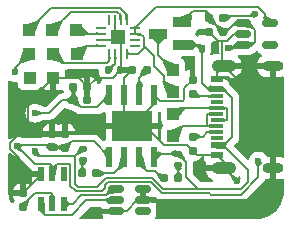
<source format=gtl>
%TF.GenerationSoftware,KiCad,Pcbnew,8.0.3*%
%TF.CreationDate,2025-03-25T09:51:50-05:00*%
%TF.ProjectId,HearingAid_ESP,48656172-696e-4674-9169-645f4553502e,rev?*%
%TF.SameCoordinates,Original*%
%TF.FileFunction,Copper,L1,Top*%
%TF.FilePolarity,Positive*%
%FSLAX46Y46*%
G04 Gerber Fmt 4.6, Leading zero omitted, Abs format (unit mm)*
G04 Created by KiCad (PCBNEW 8.0.3) date 2025-03-25 09:51:50*
%MOMM*%
%LPD*%
G01*
G04 APERTURE LIST*
G04 Aperture macros list*
%AMRoundRect*
0 Rectangle with rounded corners*
0 $1 Rounding radius*
0 $2 $3 $4 $5 $6 $7 $8 $9 X,Y pos of 4 corners*
0 Add a 4 corners polygon primitive as box body*
4,1,4,$2,$3,$4,$5,$6,$7,$8,$9,$2,$3,0*
0 Add four circle primitives for the rounded corners*
1,1,$1+$1,$2,$3*
1,1,$1+$1,$4,$5*
1,1,$1+$1,$6,$7*
1,1,$1+$1,$8,$9*
0 Add four rect primitives between the rounded corners*
20,1,$1+$1,$2,$3,$4,$5,0*
20,1,$1+$1,$4,$5,$6,$7,0*
20,1,$1+$1,$6,$7,$8,$9,0*
20,1,$1+$1,$8,$9,$2,$3,0*%
G04 Aperture macros list end*
%TA.AperFunction,SMDPad,CuDef*%
%ADD10R,1.000000X1.000000*%
%TD*%
%TA.AperFunction,SMDPad,CuDef*%
%ADD11RoundRect,0.147500X0.172500X-0.147500X0.172500X0.147500X-0.172500X0.147500X-0.172500X-0.147500X0*%
%TD*%
%TA.AperFunction,SMDPad,CuDef*%
%ADD12RoundRect,0.160000X0.160000X-0.197500X0.160000X0.197500X-0.160000X0.197500X-0.160000X-0.197500X0*%
%TD*%
%TA.AperFunction,SMDPad,CuDef*%
%ADD13RoundRect,0.135000X-0.135000X-0.185000X0.135000X-0.185000X0.135000X0.185000X-0.135000X0.185000X0*%
%TD*%
%TA.AperFunction,SMDPad,CuDef*%
%ADD14R,0.600000X1.800000*%
%TD*%
%TA.AperFunction,SMDPad,CuDef*%
%ADD15R,3.400000X2.500000*%
%TD*%
%TA.AperFunction,SMDPad,CuDef*%
%ADD16R,0.500000X0.500000*%
%TD*%
%TA.AperFunction,SMDPad,CuDef*%
%ADD17RoundRect,0.155000X-0.155000X0.212500X-0.155000X-0.212500X0.155000X-0.212500X0.155000X0.212500X0*%
%TD*%
%TA.AperFunction,SMDPad,CuDef*%
%ADD18RoundRect,0.155000X0.155000X-0.212500X0.155000X0.212500X-0.155000X0.212500X-0.155000X-0.212500X0*%
%TD*%
%TA.AperFunction,SMDPad,CuDef*%
%ADD19RoundRect,0.160000X-0.197500X-0.160000X0.197500X-0.160000X0.197500X0.160000X-0.197500X0.160000X0*%
%TD*%
%TA.AperFunction,SMDPad,CuDef*%
%ADD20R,0.590000X1.210000*%
%TD*%
%TA.AperFunction,SMDPad,CuDef*%
%ADD21R,1.140000X0.600000*%
%TD*%
%TA.AperFunction,SMDPad,CuDef*%
%ADD22R,1.140000X0.300000*%
%TD*%
%TA.AperFunction,SMDPad,CuDef*%
%ADD23O,2.100000X1.050000*%
%TD*%
%TA.AperFunction,ComponentPad*%
%ADD24O,1.800000X0.900000*%
%TD*%
%TA.AperFunction,SMDPad,CuDef*%
%ADD25R,1.600200X0.863600*%
%TD*%
%TA.AperFunction,SMDPad,CuDef*%
%ADD26RoundRect,0.150000X0.512500X0.150000X-0.512500X0.150000X-0.512500X-0.150000X0.512500X-0.150000X0*%
%TD*%
%TA.AperFunction,SMDPad,CuDef*%
%ADD27RoundRect,0.062500X0.062500X-0.350000X0.062500X0.350000X-0.062500X0.350000X-0.062500X-0.350000X0*%
%TD*%
%TA.AperFunction,SMDPad,CuDef*%
%ADD28RoundRect,0.062500X0.350000X-0.062500X0.350000X0.062500X-0.350000X0.062500X-0.350000X-0.062500X0*%
%TD*%
%TA.AperFunction,HeatsinkPad*%
%ADD29R,1.230000X1.230000*%
%TD*%
%TA.AperFunction,SMDPad,CuDef*%
%ADD30RoundRect,0.155000X-0.212500X-0.155000X0.212500X-0.155000X0.212500X0.155000X-0.212500X0.155000X0*%
%TD*%
%TA.AperFunction,SMDPad,CuDef*%
%ADD31RoundRect,0.160000X0.197500X0.160000X-0.197500X0.160000X-0.197500X-0.160000X0.197500X-0.160000X0*%
%TD*%
%TA.AperFunction,SMDPad,CuDef*%
%ADD32RoundRect,0.150000X-0.512500X-0.150000X0.512500X-0.150000X0.512500X0.150000X-0.512500X0.150000X0*%
%TD*%
%TA.AperFunction,ViaPad*%
%ADD33C,0.600000*%
%TD*%
%TA.AperFunction,Conductor*%
%ADD34C,0.200000*%
%TD*%
%TA.AperFunction,Conductor*%
%ADD35C,0.127000*%
%TD*%
G04 APERTURE END LIST*
D10*
%TO.P,TP29,1,1*%
%TO.N,D+*%
X53160000Y-26590000D03*
%TD*%
%TO.P,TP31,1,1*%
%TO.N,Net-(Q1-D)*%
X53140000Y-22850000D03*
%TD*%
D11*
%TO.P,D2,1,K*%
%TO.N,Net-(D2-K)*%
X53585000Y-30930000D03*
%TO.P,D2,2,A*%
%TO.N,VBUS*%
X53585000Y-29960000D03*
%TD*%
D12*
%TO.P,R9,1*%
%TO.N,B+*%
X44020000Y-29477500D03*
%TO.P,R9,2*%
%TO.N,B-*%
X44020000Y-28282500D03*
%TD*%
D13*
%TO.P,R10,1*%
%TO.N,Net-(U2-GAIN_SLOT)*%
X47660000Y-22910000D03*
%TO.P,R10,2*%
%TO.N,B-*%
X48680000Y-22910000D03*
%TD*%
D14*
%TO.P,U3,1,TEMP*%
%TO.N,B-*%
X51565000Y-25017600D03*
%TO.P,U3,2,PROG*%
%TO.N,Net-(U3-PROG)*%
X50295000Y-25017600D03*
%TO.P,U3,3,GND*%
%TO.N,B-*%
X49025000Y-25017600D03*
%TO.P,U3,4,VCC*%
%TO.N,VBUS*%
X47755000Y-25017600D03*
%TO.P,U3,5,BAT*%
%TO.N,B+*%
X47755000Y-30250000D03*
%TO.P,U3,6,~{STDBY}*%
%TO.N,Net-(U3-~{STDBY})*%
X49025000Y-30250000D03*
%TO.P,U3,7,~{CHRG}*%
%TO.N,Net-(U3-~{CHRG})*%
X50295000Y-30250000D03*
%TO.P,U3,8,CE*%
%TO.N,VBUS*%
X51565000Y-30250000D03*
D15*
%TO.P,U3,PAD,GND*%
%TO.N,B-*%
X49660000Y-27633800D03*
%TD*%
D12*
%TO.P,R7,1*%
%TO.N,Net-(U4-CS)*%
X40440000Y-34507500D03*
%TO.P,R7,2*%
%TO.N,B-*%
X40440000Y-33312500D03*
%TD*%
D16*
%TO.P,D5,1,K*%
%TO.N,Net-(D5-K)*%
X57810000Y-20980000D03*
%TO.P,D5,2,A*%
%TO.N,VBUS*%
X55610000Y-20980000D03*
%TD*%
D17*
%TO.P,C1,1*%
%TO.N,Net-(D5-K)*%
X56170000Y-18505000D03*
%TO.P,C1,2*%
%TO.N,B-*%
X56170000Y-19640000D03*
%TD*%
D18*
%TO.P,C9,1*%
%TO.N,B+*%
X42910000Y-29437500D03*
%TO.P,C9,2*%
%TO.N,B-*%
X42910000Y-28302500D03*
%TD*%
D11*
%TO.P,D1,1,K*%
%TO.N,Net-(D1-K)*%
X45480000Y-30530000D03*
%TO.P,D1,2,A*%
%TO.N,VBUS*%
X45480000Y-29560000D03*
%TD*%
D10*
%TO.P,TP14,1,1*%
%TO.N,MIC_DATA1*%
X40990000Y-23560000D03*
%TD*%
D19*
%TO.P,R1,1*%
%TO.N,VBUS*%
X44695000Y-24320000D03*
%TO.P,R1,2*%
%TO.N,B-*%
X45890000Y-24320000D03*
%TD*%
D10*
%TO.P,TP12,1,1*%
%TO.N,SPK_DATA1*%
X43010000Y-21500000D03*
%TD*%
D12*
%TO.P,R8,1*%
%TO.N,Net-(D5-K)*%
X57390000Y-19680000D03*
%TO.P,R8,2*%
%TO.N,B+*%
X57390000Y-18485000D03*
%TD*%
D20*
%TO.P,U4,1,OD*%
%TO.N,/G1*%
X41970000Y-34220000D03*
%TO.P,U4,2,CS*%
%TO.N,Net-(U4-CS)*%
X42920000Y-34220000D03*
%TO.P,U4,3,OC*%
%TO.N,/G2*%
X43870000Y-34220000D03*
%TO.P,U4,4,TD*%
%TO.N,unconnected-(U4-TD-Pad4)*%
X43870000Y-31710000D03*
%TO.P,U4,5,VCC*%
%TO.N,B+*%
X42920000Y-31710000D03*
%TO.P,U4,6,GND*%
%TO.N,B-*%
X41970000Y-31710000D03*
%TD*%
D12*
%TO.P,R2,1*%
%TO.N,B-*%
X54810000Y-29707500D03*
%TO.P,R2,2*%
%TO.N,Net-(J1-CC1_A)*%
X54810000Y-28512500D03*
%TD*%
D10*
%TO.P,TP1,1,1*%
%TO.N,SPK_P1*%
X40960000Y-19510000D03*
%TD*%
%TO.P,TP28,1,1*%
%TO.N,D-*%
X53160000Y-28450000D03*
%TD*%
D21*
%TO.P,J1,A1_B12,GND*%
%TO.N,B-*%
X56850000Y-30070000D03*
%TO.P,J1,A4_B9,VBUS*%
%TO.N,VBUS*%
X56850000Y-29270000D03*
D22*
%TO.P,J1,A5,CC1_A*%
%TO.N,Net-(J1-CC1_A)*%
X56850000Y-28120000D03*
%TO.P,J1,A6,D+_A*%
%TO.N,D+*%
X56850000Y-27120000D03*
%TO.P,J1,A7,D-_A*%
%TO.N,D-*%
X56850000Y-26620000D03*
%TO.P,J1,A8,SBU1*%
%TO.N,unconnected-(J1-SBU1-PadA8)*%
X56850000Y-25620000D03*
D21*
%TO.P,J1,B1_A12,GND__1*%
%TO.N,B-*%
X56850000Y-23670000D03*
%TO.P,J1,B4_A9,VBUS__1*%
%TO.N,VBUS*%
X56850000Y-24470000D03*
D22*
%TO.P,J1,B5,CC1_B*%
%TO.N,Net-(J1-CC1_B)*%
X56850000Y-25120000D03*
%TO.P,J1,B6,D+_B*%
%TO.N,D+*%
X56850000Y-26120000D03*
%TO.P,J1,B7,D-_B*%
%TO.N,D-*%
X56850000Y-27620000D03*
%TO.P,J1,B8,SBU2*%
%TO.N,unconnected-(J1-SBU2-PadB8)*%
X56850000Y-28620000D03*
D23*
%TO.P,J1,SH1,SHIELD*%
%TO.N,B-*%
X57420000Y-31190000D03*
%TO.P,J1,SH2,SHIELD__1*%
X57420000Y-22550000D03*
D24*
%TO.P,J1,SH3,SHIELD__2*%
X61600000Y-31190000D03*
%TO.P,J1,SH4,SHIELD__3*%
X61600000Y-22550000D03*
%TD*%
D10*
%TO.P,TP27,1,1*%
%TO.N,B+*%
X40960000Y-21510000D03*
%TD*%
%TO.P,TP25,1,1*%
%TO.N,B-*%
X43010000Y-23570000D03*
%TD*%
D25*
%TO.P,Q1,1,D*%
%TO.N,Net-(Q1-D)*%
X51910000Y-19810000D03*
%TO.P,Q1,2,G*%
%TO.N,VBUS*%
X53921000Y-20760001D03*
%TO.P,Q1,3,S*%
%TO.N,Net-(D5-K)*%
X53921000Y-18859999D03*
%TD*%
D10*
%TO.P,TP30,1,1*%
%TO.N,VDD_ESP*%
X53150000Y-24710000D03*
%TD*%
D26*
%TO.P,Q2,1*%
%TO.N,/D1*%
X50570000Y-34860000D03*
%TO.P,Q2,2*%
%TO.N,B-*%
X50570000Y-33910000D03*
%TO.P,Q2,3*%
X50570000Y-32960000D03*
%TO.P,Q2,4*%
%TO.N,/G2*%
X48295000Y-32960000D03*
%TO.P,Q2,5*%
%TO.N,/G1*%
X48295000Y-33910000D03*
%TO.P,Q2,6*%
%TO.N,B-*%
X48295000Y-34860000D03*
%TD*%
D19*
%TO.P,R5,1*%
%TO.N,Net-(D1-K)*%
X45462500Y-31632500D03*
%TO.P,R5,2*%
%TO.N,Net-(U3-~{STDBY})*%
X46657500Y-31632500D03*
%TD*%
D27*
%TO.P,U2,1,DIN*%
%TO.N,SPK_DATA1*%
X47732500Y-21507500D03*
%TO.P,U2,2,GAIN_SLOT*%
%TO.N,Net-(U2-GAIN_SLOT)*%
X48232500Y-21507500D03*
%TO.P,U2,3,GND*%
%TO.N,B-*%
X48732500Y-21507500D03*
%TO.P,U2,4,~{SD_MODE}*%
%TO.N,VDD_ESP*%
X49232500Y-21507500D03*
D28*
%TO.P,U2,5,NC*%
%TO.N,unconnected-(U2-NC-Pad5)*%
X49920000Y-20820000D03*
%TO.P,U2,6,NC*%
%TO.N,unconnected-(U2-NC-Pad6)*%
X49920000Y-20320000D03*
%TO.P,U2,7,VDD*%
%TO.N,VDD_ESP*%
X49920000Y-19820000D03*
%TO.P,U2,8,VDD*%
X49920000Y-19320000D03*
D27*
%TO.P,U2,9,OUTP*%
%TO.N,SPK_P1*%
X49232500Y-18632500D03*
%TO.P,U2,10,OUTN*%
%TO.N,SPK_N1*%
X48732500Y-18632500D03*
%TO.P,U2,11,GND*%
%TO.N,B-*%
X48232500Y-18632500D03*
%TO.P,U2,12,NC*%
%TO.N,unconnected-(U2-NC-Pad12)*%
X47732500Y-18632500D03*
D28*
%TO.P,U2,13,NC*%
%TO.N,unconnected-(U2-NC-Pad13)*%
X47045000Y-19320000D03*
%TO.P,U2,14,LRCLK*%
%TO.N,SEL1*%
X47045000Y-19820000D03*
%TO.P,U2,15,GND*%
%TO.N,B-*%
X47045000Y-20320000D03*
%TO.P,U2,16,BCLK*%
%TO.N,CLK1*%
X47045000Y-20820000D03*
D29*
%TO.P,U2,17,PAD*%
%TO.N,B-*%
X48482500Y-20070000D03*
%TD*%
D10*
%TO.P,TP11,1,1*%
%TO.N,CLK1*%
X45000000Y-21500000D03*
%TD*%
D30*
%TO.P,C2,1*%
%TO.N,VBUS*%
X44725000Y-25430000D03*
%TO.P,C2,2*%
%TO.N,B-*%
X45860000Y-25430000D03*
%TD*%
D31*
%TO.P,R4,1*%
%TO.N,Net-(D2-K)*%
X53600000Y-32040000D03*
%TO.P,R4,2*%
%TO.N,Net-(U3-~{CHRG})*%
X52405000Y-32040000D03*
%TD*%
D32*
%TO.P,U1,1,VIN*%
%TO.N,Net-(D5-K)*%
X59090000Y-18880000D03*
%TO.P,U1,2,GND*%
%TO.N,B-*%
X59090000Y-19830000D03*
%TO.P,U1,3,EN*%
%TO.N,Net-(D5-K)*%
X59090000Y-20780000D03*
%TO.P,U1,4,NC*%
%TO.N,unconnected-(U1-NC-Pad4)*%
X61365000Y-20780000D03*
%TO.P,U1,5,VOUT*%
%TO.N,VDD_ESP*%
X61365000Y-18880000D03*
%TD*%
D12*
%TO.P,R3,1*%
%TO.N,Net-(J1-CC1_B)*%
X54790000Y-24895000D03*
%TO.P,R3,2*%
%TO.N,B-*%
X54790000Y-23700000D03*
%TD*%
D10*
%TO.P,TP10,1,1*%
%TO.N,SEL1*%
X44960000Y-19520000D03*
%TD*%
%TO.P,TP2,1,1*%
%TO.N,SPK_N1*%
X42930000Y-19510000D03*
%TD*%
D19*
%TO.P,R6,1*%
%TO.N,B-*%
X49702500Y-22920000D03*
%TO.P,R6,2*%
%TO.N,Net-(U3-PROG)*%
X50897500Y-22920000D03*
%TD*%
D33*
%TO.N,B-*%
X41580000Y-28050000D03*
X60500000Y-25570000D03*
X58560000Y-32270000D03*
%TO.N,B+*%
X39780000Y-23090000D03*
X60100735Y-18149265D03*
X39910000Y-29330000D03*
X60376107Y-30590000D03*
%TO.N,VBUS*%
X41440000Y-26540000D03*
X41420000Y-29760000D03*
%TD*%
D34*
%TO.N,B-*%
X49025000Y-26998800D02*
X49660000Y-27633800D01*
X57260000Y-22390000D02*
X57420000Y-22550000D01*
X53950000Y-25510000D02*
X52057400Y-25510000D01*
X57420000Y-22550000D02*
X61600000Y-22550000D01*
X54110000Y-25350000D02*
X53950000Y-25510000D01*
X48732500Y-20320000D02*
X48482500Y-20070000D01*
X57420000Y-22550000D02*
X60440000Y-25570000D01*
X57420000Y-31190000D02*
X57480000Y-31190000D01*
X58280000Y-19830000D02*
X57680000Y-20430000D01*
X59090000Y-19830000D02*
X58280000Y-19830000D01*
X48232500Y-20320000D02*
X48482500Y-20070000D01*
X40840000Y-25740000D02*
X40840000Y-27310000D01*
X40340000Y-28050000D02*
X41580000Y-28050000D01*
X57310000Y-20430000D02*
X57260000Y-20480000D01*
X54352500Y-29250000D02*
X52365000Y-29250000D01*
X51565000Y-25728800D02*
X49660000Y-27633800D01*
X54790000Y-23700000D02*
X54110000Y-24380000D01*
X56820000Y-23700000D02*
X56850000Y-23670000D01*
X56960000Y-20430000D02*
X56170000Y-19640000D01*
X49702500Y-22920000D02*
X48690000Y-22920000D01*
X46680000Y-23530000D02*
X48060000Y-23530000D01*
X56850000Y-23120000D02*
X57420000Y-22550000D01*
X41832500Y-28302500D02*
X41580000Y-28050000D01*
X48245000Y-34780000D02*
X49216948Y-34780000D01*
X50570000Y-33910000D02*
X50570000Y-32960000D01*
X56850000Y-23670000D02*
X56850000Y-23120000D01*
X49025000Y-25017600D02*
X49025000Y-23597500D01*
X52057400Y-25510000D02*
X51565000Y-25017600D01*
X40440000Y-33312500D02*
X41970000Y-31782500D01*
X54110000Y-24380000D02*
X54110000Y-25350000D01*
X41270934Y-31505934D02*
X41237405Y-31505934D01*
X48732500Y-22857500D02*
X48680000Y-22910000D01*
X42910000Y-28302500D02*
X41832500Y-28302500D01*
X49025000Y-25017600D02*
X49025000Y-26998800D01*
X40840000Y-27310000D02*
X41580000Y-28050000D01*
X57310000Y-20430000D02*
X56960000Y-20430000D01*
X57420000Y-31190000D02*
X57420000Y-30640000D01*
X45890000Y-24320000D02*
X46680000Y-23530000D01*
X57480000Y-31190000D02*
X58560000Y-32270000D01*
X57260000Y-20480000D02*
X57260000Y-22390000D01*
X39310000Y-29578529D02*
X39310000Y-29080000D01*
X61600000Y-22550000D02*
X61600000Y-31190000D01*
X48690000Y-22920000D02*
X48680000Y-22910000D01*
X50748800Y-27633800D02*
X49660000Y-27633800D01*
X41970000Y-31710000D02*
X41475000Y-31710000D01*
X52365000Y-29250000D02*
X50748800Y-27633800D01*
X60440000Y-25570000D02*
X60500000Y-25570000D01*
X41237405Y-31505934D02*
X39310000Y-29578529D01*
X48060000Y-23530000D02*
X48680000Y-22910000D01*
X39310000Y-29080000D02*
X40340000Y-28050000D01*
X45860000Y-25430000D02*
X45860000Y-24350000D01*
X41970000Y-31782500D02*
X41970000Y-31710000D01*
X61600000Y-31840000D02*
X61600000Y-31190000D01*
X57420000Y-30640000D02*
X56850000Y-30070000D01*
X48482500Y-20070000D02*
X48232500Y-19820000D01*
X54810000Y-29707500D02*
X54352500Y-29250000D01*
X50570000Y-33910000D02*
X59530000Y-33910000D01*
X45860000Y-24350000D02*
X45890000Y-24320000D01*
X42910000Y-28302500D02*
X44000000Y-28302500D01*
X50086948Y-33910000D02*
X50570000Y-33910000D01*
X41475000Y-31710000D02*
X41270934Y-31505934D01*
X48732500Y-21507500D02*
X48732500Y-20320000D01*
X51565000Y-25017600D02*
X51565000Y-25728800D01*
X57680000Y-20430000D02*
X57310000Y-20430000D01*
X47045000Y-20320000D02*
X48232500Y-20320000D01*
X48232500Y-19820000D02*
X48232500Y-18632500D01*
X49216948Y-34780000D02*
X50086948Y-33910000D01*
X50166948Y-33830000D02*
X50520000Y-33830000D01*
X55172500Y-30070000D02*
X56850000Y-30070000D01*
X45890000Y-24320000D02*
X45140000Y-23570000D01*
X43010000Y-23570000D02*
X40840000Y-25740000D01*
X49025000Y-23597500D02*
X49702500Y-22920000D01*
X54810000Y-29707500D02*
X55172500Y-30070000D01*
X48732500Y-21507500D02*
X48732500Y-22857500D01*
X59530000Y-33910000D02*
X61600000Y-31840000D01*
X45140000Y-23570000D02*
X43010000Y-23570000D01*
%TO.N,Net-(U2-GAIN_SLOT)*%
X48232500Y-22337500D02*
X48232500Y-21507500D01*
X47660000Y-22910000D02*
X48232500Y-22337500D01*
D35*
%TO.N,B+*%
X39780000Y-22690000D02*
X39780000Y-23090000D01*
X44020000Y-29477500D02*
X44587500Y-28910000D01*
X44428500Y-32668500D02*
X44428500Y-30841500D01*
X39910000Y-29330000D02*
X41421500Y-30841500D01*
X47369000Y-32911000D02*
X47137000Y-33143000D01*
X42783500Y-30841500D02*
X42920000Y-30978000D01*
X42669000Y-29196500D02*
X42910000Y-29437500D01*
X44587500Y-28910000D02*
X46415000Y-28910000D01*
X40043500Y-29196500D02*
X42669000Y-29196500D01*
X60376107Y-30590000D02*
X60376107Y-31947960D01*
X56359433Y-33433500D02*
X56245933Y-33320000D01*
X45244552Y-33143000D02*
X45237552Y-33150000D01*
X46415000Y-28910000D02*
X47755000Y-30250000D01*
X39910000Y-29330000D02*
X40043500Y-29196500D01*
D34*
X43000000Y-31630000D02*
X42920000Y-31710000D01*
D35*
X57558500Y-18316500D02*
X59933500Y-18316500D01*
X44428500Y-30841500D02*
X43328500Y-30841500D01*
X47607066Y-32396500D02*
X47369000Y-32634566D01*
X47369000Y-32634566D02*
X47369000Y-32911000D01*
X41421500Y-30841500D02*
X42783500Y-30841500D01*
X47137000Y-33143000D02*
X45244552Y-33143000D01*
X43328500Y-30841500D02*
X42920000Y-31250000D01*
X51257934Y-32396500D02*
X47607066Y-32396500D01*
X58890567Y-33433500D02*
X56359433Y-33433500D01*
X40960000Y-21510000D02*
X39780000Y-22690000D01*
X57390000Y-18485000D02*
X57558500Y-18316500D01*
X42920000Y-30978000D02*
X42920000Y-31710000D01*
X60376107Y-31947960D02*
X58890567Y-33433500D01*
X56245933Y-33320000D02*
X52181434Y-33320000D01*
X45237552Y-33150000D02*
X44910000Y-33150000D01*
X59933500Y-18316500D02*
X60100735Y-18149265D01*
X44910000Y-33150000D02*
X44428500Y-32668500D01*
D34*
X42910000Y-29437500D02*
X43980000Y-29437500D01*
D35*
X52181434Y-33320000D02*
X51257934Y-32396500D01*
X42920000Y-31250000D02*
X42920000Y-31710000D01*
%TO.N,VBUS*%
X44841500Y-32541500D02*
X45116000Y-32816000D01*
D34*
X51855000Y-29960000D02*
X53585000Y-29960000D01*
X56850000Y-29270000D02*
X57455406Y-29270000D01*
X58853500Y-32956500D02*
X55246500Y-32956500D01*
D35*
X45116000Y-32816000D02*
X46740000Y-32816000D01*
X44841500Y-30198500D02*
X41858500Y-30198500D01*
D34*
X53921000Y-20760001D02*
X55390001Y-20760001D01*
X44695000Y-24320000D02*
X44695000Y-25400000D01*
D35*
X52286500Y-32956500D02*
X55246500Y-32956500D01*
X46740000Y-32801118D02*
X47481118Y-32060000D01*
D34*
X59470000Y-32340000D02*
X58853500Y-32956500D01*
X55610000Y-24000000D02*
X56080000Y-24470000D01*
X56850000Y-29270000D02*
X57370000Y-29270000D01*
X57390000Y-24470000D02*
X56850000Y-24470000D01*
X55246500Y-32956500D02*
X54257500Y-31967500D01*
X44695000Y-25400000D02*
X44725000Y-25430000D01*
X45335000Y-26040000D02*
X46732600Y-26040000D01*
X58150000Y-25230000D02*
X57390000Y-24470000D01*
X55390001Y-20760001D02*
X55610000Y-20980000D01*
D35*
X51390000Y-32060000D02*
X52286500Y-32956500D01*
D34*
X54257500Y-31967500D02*
X54257500Y-30632500D01*
X57455406Y-29270000D02*
X58150000Y-28575406D01*
X55610000Y-20980000D02*
X55610000Y-24000000D01*
D35*
X42670000Y-26540000D02*
X43780000Y-25430000D01*
D34*
X59470000Y-31370000D02*
X59470000Y-32340000D01*
D35*
X43780000Y-25430000D02*
X44725000Y-25430000D01*
D34*
X54257500Y-30632500D02*
X53585000Y-29960000D01*
D35*
X41440000Y-26540000D02*
X42670000Y-26540000D01*
X46740000Y-32816000D02*
X46740000Y-32801118D01*
X41858500Y-30198500D02*
X41420000Y-29760000D01*
D34*
X57370000Y-29270000D02*
X59470000Y-31370000D01*
X56080000Y-24470000D02*
X56850000Y-24470000D01*
X58150000Y-28575406D02*
X58150000Y-25230000D01*
D35*
X47481118Y-32060000D02*
X51390000Y-32060000D01*
D34*
X44725000Y-25430000D02*
X45335000Y-26040000D01*
D35*
X44841500Y-30198500D02*
X44841500Y-32541500D01*
X45480000Y-29560000D02*
X44841500Y-30198500D01*
D34*
X51855000Y-29960000D02*
X51565000Y-30250000D01*
X46732600Y-26040000D02*
X47755000Y-25017600D01*
%TO.N,VDD_ESP*%
X50700000Y-20850000D02*
X51510000Y-21660000D01*
X60950000Y-18465000D02*
X60950000Y-18150001D01*
X50650000Y-21020000D02*
X50162500Y-21507500D01*
X52340000Y-23900000D02*
X53150000Y-24710000D01*
X49920000Y-19320000D02*
X49920000Y-19820000D01*
X50346886Y-19820000D02*
X50650000Y-20123114D01*
X60349264Y-17549265D02*
X56094951Y-17549265D01*
X50650000Y-20850000D02*
X50700000Y-20850000D01*
X60950000Y-18150001D02*
X60349264Y-17549265D01*
X52340000Y-23350028D02*
X52340000Y-23900000D01*
X51510000Y-21660000D02*
X51510000Y-22520028D01*
X51723088Y-17516912D02*
X49920000Y-19320000D01*
X49920000Y-19820000D02*
X50346886Y-19820000D01*
X56094951Y-17549265D02*
X56062598Y-17516912D01*
X51510000Y-22520028D02*
X52340000Y-23350028D01*
X50650000Y-20850000D02*
X50650000Y-21020000D01*
X50162500Y-21507500D02*
X49232500Y-21507500D01*
X61365000Y-18880000D02*
X60950000Y-18465000D01*
X50650000Y-20123114D02*
X50650000Y-20850000D01*
X56062598Y-17516912D02*
X51723088Y-17516912D01*
%TO.N,Net-(J1-CC1_B)*%
X56850000Y-25120000D02*
X55015000Y-25120000D01*
X55015000Y-25120000D02*
X54790000Y-24895000D01*
%TO.N,D-*%
X53160000Y-28450000D02*
X53990000Y-27620000D01*
X56030000Y-27620000D02*
X56850000Y-27620000D01*
X56850000Y-26620000D02*
X56030000Y-26620000D01*
X53990000Y-27620000D02*
X56850000Y-27620000D01*
X55980000Y-27570000D02*
X56030000Y-27620000D01*
X55980000Y-26670000D02*
X55980000Y-27570000D01*
X56030000Y-26620000D02*
X55980000Y-26670000D01*
%TO.N,D+*%
X57670000Y-27120000D02*
X57750000Y-27040000D01*
X57670000Y-26120000D02*
X56850000Y-26120000D01*
X56850000Y-26120000D02*
X53630000Y-26120000D01*
X57750000Y-27040000D02*
X57750000Y-26200000D01*
X53630000Y-26120000D02*
X53160000Y-26590000D01*
X57750000Y-26200000D02*
X57670000Y-26120000D01*
X56850000Y-27120000D02*
X57670000Y-27120000D01*
%TO.N,Net-(J1-CC1_A)*%
X56850000Y-28120000D02*
X56030000Y-28120000D01*
X56030000Y-28120000D02*
X55637500Y-28512500D01*
X55637500Y-28512500D02*
X54810000Y-28512500D01*
D35*
%TO.N,CLK1*%
X45680000Y-20820000D02*
X45000000Y-21500000D01*
X47045000Y-20820000D02*
X45680000Y-20820000D01*
%TO.N,SEL1*%
X44960000Y-19520000D02*
X45260000Y-19820000D01*
X45260000Y-19820000D02*
X47045000Y-19820000D01*
D34*
%TO.N,Net-(Q1-D)*%
X53140000Y-22850000D02*
X51910000Y-21620000D01*
X51910000Y-21620000D02*
X51910000Y-19810000D01*
%TO.N,/G1*%
X45795000Y-33910000D02*
X48295000Y-33910000D01*
X41970000Y-34220000D02*
X41970000Y-34770000D01*
X42325000Y-35125000D02*
X44580000Y-35125000D01*
X44580000Y-35125000D02*
X45795000Y-33910000D01*
X41970000Y-34770000D02*
X42325000Y-35125000D01*
D35*
%TO.N,/G2*%
X45380000Y-33470000D02*
X47483566Y-33470000D01*
X43870000Y-34220000D02*
X44630000Y-34220000D01*
X44630000Y-34220000D02*
X45380000Y-33470000D01*
X47483566Y-33470000D02*
X47993566Y-32960000D01*
X47993566Y-32960000D02*
X48295000Y-32960000D01*
%TO.N,Net-(D2-K)*%
X53600000Y-30945000D02*
X53585000Y-30930000D01*
D34*
X53415000Y-30945000D02*
X53400000Y-30930000D01*
X53400000Y-32027500D02*
X53397500Y-32030000D01*
D35*
X53600000Y-32040000D02*
X53600000Y-30945000D01*
D34*
%TO.N,Net-(U3-~{CHRG})*%
X50295000Y-30780000D02*
X50965000Y-31450000D01*
X52180000Y-32040000D02*
X52405000Y-32040000D01*
X50965000Y-31450000D02*
X51590000Y-31450000D01*
X50295000Y-30250000D02*
X50295000Y-30780000D01*
X51590000Y-31450000D02*
X52180000Y-32040000D01*
%TO.N,Net-(U3-~{STDBY})*%
X49025000Y-30250000D02*
X49025000Y-30780000D01*
X48172500Y-31632500D02*
X46657500Y-31632500D01*
X49025000Y-30780000D02*
X48172500Y-31632500D01*
D35*
%TO.N,Net-(D1-K)*%
X45462500Y-30547500D02*
X45480000Y-30530000D01*
X45462500Y-31632500D02*
X45462500Y-30547500D01*
D34*
%TO.N,Net-(U3-PROG)*%
X50295000Y-23522500D02*
X50897500Y-22920000D01*
X50295000Y-25017600D02*
X50295000Y-23522500D01*
%TO.N,Net-(U4-CS)*%
X40440000Y-34324972D02*
X40440000Y-34507500D01*
X42920000Y-33415000D02*
X42820000Y-33315000D01*
X42920000Y-34220000D02*
X42920000Y-33415000D01*
X42820000Y-33315000D02*
X41449972Y-33315000D01*
X41449972Y-33315000D02*
X40440000Y-34324972D01*
D35*
%TO.N,SPK_P1*%
X48641999Y-17629500D02*
X42840500Y-17629500D01*
X49232500Y-18220001D02*
X48641999Y-17629500D01*
X49232500Y-18632500D02*
X49232500Y-18220001D01*
X42840500Y-17629500D02*
X40960000Y-19510000D01*
%TO.N,SPK_N1*%
X48732500Y-18257234D02*
X48431766Y-17956500D01*
X48732500Y-18632500D02*
X48732500Y-18257234D01*
X48431766Y-17956500D02*
X44483500Y-17956500D01*
X44483500Y-17956500D02*
X42930000Y-19510000D01*
%TO.N,SPK_DATA1*%
X43010000Y-21500000D02*
X43773500Y-22263500D01*
X47546500Y-22263500D02*
X47732500Y-22077500D01*
X47732500Y-22077500D02*
X47732500Y-21507500D01*
X43773500Y-22263500D02*
X47546500Y-22263500D01*
D34*
%TO.N,Net-(D5-K)*%
X56170000Y-18505000D02*
X56215000Y-18505000D01*
X56215000Y-18505000D02*
X57390000Y-19680000D01*
X60052500Y-20479999D02*
X60052500Y-19489448D01*
X59752499Y-20780000D02*
X60052500Y-20479999D01*
X58890000Y-20980000D02*
X59090000Y-20780000D01*
X59090000Y-20780000D02*
X59752499Y-20780000D01*
X56170000Y-18190000D02*
X55896912Y-17916912D01*
X54864087Y-17916912D02*
X53921000Y-18859999D01*
X59443052Y-18880000D02*
X59090000Y-18880000D01*
X57627501Y-19680000D02*
X57390000Y-19680000D01*
X59090000Y-18880000D02*
X58427501Y-18880000D01*
X58427501Y-18880000D02*
X57627501Y-19680000D01*
X60052500Y-19489448D02*
X59443052Y-18880000D01*
X56170000Y-18505000D02*
X56170000Y-18190000D01*
X57810000Y-20980000D02*
X58890000Y-20980000D01*
X55896912Y-17916912D02*
X54864087Y-17916912D01*
%TD*%
%TA.AperFunction,Conductor*%
%TO.N,B-*%
G36*
X61850000Y-32140000D02*
G01*
X62143569Y-32140000D01*
X62143571Y-32139999D01*
X62327097Y-32103493D01*
X62327105Y-32103491D01*
X62397959Y-32074143D01*
X62467428Y-32066674D01*
X62529908Y-32097949D01*
X62565560Y-32158038D01*
X62569412Y-32188799D01*
X62568771Y-33029752D01*
X62568759Y-33031394D01*
X62566888Y-33164922D01*
X62566120Y-33177069D01*
X62535784Y-33446298D01*
X62533455Y-33460007D01*
X62474143Y-33719867D01*
X62470294Y-33733228D01*
X62382261Y-33984816D01*
X62376939Y-33997664D01*
X62261289Y-34237811D01*
X62254563Y-34249981D01*
X62112747Y-34475679D01*
X62104700Y-34487020D01*
X61938513Y-34695411D01*
X61929247Y-34705779D01*
X61740777Y-34894249D01*
X61730409Y-34903515D01*
X61522013Y-35069705D01*
X61510672Y-35077752D01*
X61284972Y-35219569D01*
X61272801Y-35226295D01*
X61032662Y-35341939D01*
X61019815Y-35347261D01*
X60768230Y-35435293D01*
X60754869Y-35439142D01*
X60495002Y-35498455D01*
X60481293Y-35500784D01*
X60212068Y-35531119D01*
X60199924Y-35531887D01*
X60066698Y-35533757D01*
X60064922Y-35533769D01*
X51747273Y-35531354D01*
X51680239Y-35511650D01*
X51634500Y-35458833D01*
X51624576Y-35389671D01*
X51640574Y-35344239D01*
X51684244Y-35270398D01*
X51684710Y-35268796D01*
X51730097Y-35112573D01*
X51730098Y-35112567D01*
X51733000Y-35075694D01*
X51733000Y-34644306D01*
X51730098Y-34607431D01*
X51712488Y-34546819D01*
X51684245Y-34449606D01*
X51684245Y-34449605D01*
X51684244Y-34449604D01*
X51684244Y-34449602D01*
X51683074Y-34447624D01*
X51682630Y-34445874D01*
X51681147Y-34442446D01*
X51681700Y-34442206D01*
X51665896Y-34379901D01*
X51681253Y-34327603D01*
X51680684Y-34327357D01*
X51682682Y-34322738D01*
X51683081Y-34321382D01*
X51683781Y-34320197D01*
X51729600Y-34162486D01*
X51729795Y-34160001D01*
X51729795Y-34160000D01*
X51464315Y-34160000D01*
X51401194Y-34142732D01*
X51362480Y-34119837D01*
X51342898Y-34108256D01*
X51342897Y-34108255D01*
X51342896Y-34108255D01*
X51342893Y-34108254D01*
X51185073Y-34062402D01*
X51185067Y-34062401D01*
X51148201Y-34059500D01*
X51148194Y-34059500D01*
X50444000Y-34059500D01*
X50376961Y-34039815D01*
X50331206Y-33987011D01*
X50320000Y-33935500D01*
X50320000Y-33084500D01*
X50339685Y-33017461D01*
X50392489Y-32971706D01*
X50444000Y-32960500D01*
X50696000Y-32960500D01*
X50763039Y-32980185D01*
X50808794Y-33032989D01*
X50820000Y-33084500D01*
X50820000Y-33660000D01*
X51672454Y-33660000D01*
X51739493Y-33679685D01*
X51760135Y-33696318D01*
X51835130Y-33771313D01*
X51938412Y-33830943D01*
X51963738Y-33845565D01*
X52107181Y-33884000D01*
X52107182Y-33884000D01*
X55978495Y-33884000D01*
X56040495Y-33900613D01*
X56136872Y-33956256D01*
X56136878Y-33956260D01*
X56141734Y-33959064D01*
X56141736Y-33959064D01*
X56141737Y-33959065D01*
X56285180Y-33997500D01*
X56285181Y-33997500D01*
X56285182Y-33997500D01*
X58964818Y-33997500D01*
X58964820Y-33997500D01*
X59108263Y-33959065D01*
X59108265Y-33959064D01*
X59113122Y-33956260D01*
X59113128Y-33956256D01*
X59140872Y-33940238D01*
X59236871Y-33884813D01*
X59341880Y-33779804D01*
X59341880Y-33779802D01*
X59352084Y-33769599D01*
X59352088Y-33769594D01*
X60712201Y-32409481D01*
X60712206Y-32409477D01*
X60722409Y-32399273D01*
X60722411Y-32399273D01*
X60827420Y-32294264D01*
X60886473Y-32191980D01*
X60937039Y-32143767D01*
X61005646Y-32130543D01*
X61018052Y-32132365D01*
X61056432Y-32140000D01*
X61350000Y-32140000D01*
X61350000Y-31490000D01*
X61850000Y-31490000D01*
X61850000Y-32140000D01*
G37*
%TD.AperFunction*%
%TA.AperFunction,Conductor*%
G36*
X47075932Y-34530185D02*
G01*
X47121687Y-34582989D01*
X47124394Y-34598305D01*
X47135205Y-34610000D01*
X47385886Y-34610000D01*
X47439575Y-34622226D01*
X47501025Y-34651743D01*
X47510664Y-34655993D01*
X47520526Y-34661062D01*
X47523825Y-34662490D01*
X47531119Y-34665011D01*
X47532433Y-34665541D01*
X47615809Y-34691021D01*
X47622807Y-34692309D01*
X47622734Y-34692702D01*
X47637884Y-34695381D01*
X47679931Y-34707598D01*
X47716806Y-34710500D01*
X47716814Y-34710500D01*
X48421000Y-34710500D01*
X48488039Y-34730185D01*
X48533794Y-34782989D01*
X48545000Y-34834500D01*
X48545000Y-34986000D01*
X48525315Y-35053039D01*
X48472511Y-35098794D01*
X48421000Y-35110000D01*
X47135205Y-35110000D01*
X47135204Y-35110001D01*
X47135399Y-35112486D01*
X47181218Y-35270198D01*
X47224207Y-35342889D01*
X47241390Y-35410613D01*
X47219230Y-35476876D01*
X47164763Y-35520639D01*
X47117439Y-35530010D01*
X45324070Y-35529489D01*
X45257036Y-35509785D01*
X45211297Y-35456968D01*
X45201373Y-35387806D01*
X45230417Y-35324259D01*
X45236409Y-35317825D01*
X46007416Y-34546819D01*
X46068739Y-34513334D01*
X46095097Y-34510500D01*
X47008893Y-34510500D01*
X47075932Y-34530185D01*
G37*
%TD.AperFunction*%
%TA.AperFunction,Conductor*%
G36*
X39386602Y-29939125D02*
G01*
X39393071Y-29945149D01*
X39407738Y-29959816D01*
X39560478Y-30055789D01*
X39560481Y-30055790D01*
X39589871Y-30066074D01*
X39609820Y-30075102D01*
X39623226Y-30082661D01*
X39623232Y-30082663D01*
X39623238Y-30082667D01*
X39980609Y-30221518D01*
X39994381Y-30226869D01*
X40037154Y-30254770D01*
X40965846Y-31183462D01*
X40965856Y-31183473D01*
X41075197Y-31292814D01*
X41091379Y-31302156D01*
X41113000Y-31314639D01*
X41161215Y-31365205D01*
X41175000Y-31422026D01*
X41175000Y-31460000D01*
X42000500Y-31460000D01*
X42067539Y-31479685D01*
X42113294Y-31532489D01*
X42124500Y-31584000D01*
X42124500Y-31836001D01*
X42104817Y-31903039D01*
X42052013Y-31948794D01*
X42000501Y-31960000D01*
X41175000Y-31960000D01*
X41175000Y-32362844D01*
X41181401Y-32422372D01*
X41181403Y-32422379D01*
X41188338Y-32440974D01*
X41193321Y-32510666D01*
X41159834Y-32571989D01*
X41098510Y-32605472D01*
X41028818Y-32600486D01*
X41008006Y-32590422D01*
X40872863Y-32508726D01*
X40872859Y-32508724D01*
X40719843Y-32461043D01*
X40719844Y-32461043D01*
X40690000Y-32458331D01*
X40690000Y-33174374D01*
X40670315Y-33241413D01*
X40653681Y-33262055D01*
X40480134Y-33435601D01*
X40458191Y-33453060D01*
X40313320Y-33543640D01*
X40247582Y-33562500D01*
X39620000Y-33562500D01*
X39620000Y-33563337D01*
X39626043Y-33629843D01*
X39673724Y-33782859D01*
X39673726Y-33782863D01*
X39711511Y-33845367D01*
X39729347Y-33912921D01*
X39711512Y-33973664D01*
X39673267Y-34036931D01*
X39673265Y-34036936D01*
X39656288Y-34091417D01*
X39617550Y-34149565D01*
X39553525Y-34177538D01*
X39484540Y-34166456D01*
X39432497Y-34119837D01*
X39426183Y-34108328D01*
X39372316Y-33996474D01*
X39366994Y-33983626D01*
X39350154Y-33935500D01*
X39279199Y-33732720D01*
X39275355Y-33719377D01*
X39216205Y-33460219D01*
X39213877Y-33446513D01*
X39205301Y-33370398D01*
X39183645Y-33178194D01*
X39182879Y-33166010D01*
X39181482Y-33061662D01*
X39620000Y-33061662D01*
X39620000Y-33062500D01*
X40190000Y-33062500D01*
X40190000Y-32458331D01*
X40160155Y-32461043D01*
X40007140Y-32508724D01*
X40007136Y-32508726D01*
X39869980Y-32591639D01*
X39869976Y-32591642D01*
X39756642Y-32704976D01*
X39756639Y-32704980D01*
X39673726Y-32842136D01*
X39673724Y-32842140D01*
X39626043Y-32995156D01*
X39620000Y-33061662D01*
X39181482Y-33061662D01*
X39181098Y-33032989D01*
X39181088Y-33031399D01*
X39181110Y-32809625D01*
X39181390Y-30032816D01*
X39201081Y-29965780D01*
X39253890Y-29920030D01*
X39323049Y-29910094D01*
X39386602Y-29939125D01*
G37*
%TD.AperFunction*%
%TA.AperFunction,Conductor*%
G36*
X55734598Y-30189759D02*
G01*
X55773973Y-30247477D01*
X55780000Y-30285667D01*
X55780000Y-30417844D01*
X55786401Y-30477372D01*
X55786403Y-30477379D01*
X55836645Y-30612086D01*
X55836649Y-30612093D01*
X55915540Y-30717477D01*
X55939958Y-30782941D01*
X55930836Y-30839238D01*
X55909393Y-30891008D01*
X55909388Y-30891024D01*
X55899647Y-30940000D01*
X57546000Y-30940000D01*
X57613039Y-30959685D01*
X57658794Y-31012489D01*
X57670000Y-31064000D01*
X57670000Y-31316000D01*
X57650315Y-31383039D01*
X57597511Y-31428794D01*
X57546000Y-31440000D01*
X55899647Y-31440000D01*
X55909387Y-31488974D01*
X55909390Y-31488983D01*
X55986652Y-31675513D01*
X55986659Y-31675526D01*
X56098829Y-31843399D01*
X56098832Y-31843403D01*
X56241596Y-31986167D01*
X56241600Y-31986170D01*
X56409473Y-32098340D01*
X56409486Y-32098347D01*
X56455579Y-32117439D01*
X56509983Y-32161279D01*
X56532048Y-32227573D01*
X56514769Y-32295273D01*
X56463632Y-32342884D01*
X56408127Y-32356000D01*
X55546597Y-32356000D01*
X55479558Y-32336315D01*
X55458916Y-32319681D01*
X54894319Y-31755084D01*
X54860834Y-31693761D01*
X54858000Y-31667403D01*
X54858000Y-30721560D01*
X54858001Y-30721547D01*
X54858001Y-30689000D01*
X54877686Y-30621961D01*
X54930490Y-30576206D01*
X54982001Y-30565000D01*
X55023337Y-30565000D01*
X55089843Y-30558956D01*
X55242859Y-30511275D01*
X55242863Y-30511273D01*
X55380019Y-30428360D01*
X55380023Y-30428357D01*
X55493356Y-30315024D01*
X55549882Y-30221518D01*
X55601410Y-30174330D01*
X55670269Y-30162491D01*
X55734598Y-30189759D01*
G37*
%TD.AperFunction*%
%TA.AperFunction,Conductor*%
G36*
X58788834Y-31898251D02*
G01*
X58844767Y-31940123D01*
X58869184Y-32005587D01*
X58869500Y-32014433D01*
X58869500Y-32039902D01*
X58849815Y-32106941D01*
X58833181Y-32127583D01*
X58641084Y-32319681D01*
X58579761Y-32353166D01*
X58553403Y-32356000D01*
X58431873Y-32356000D01*
X58364834Y-32336315D01*
X58319079Y-32283511D01*
X58309135Y-32214353D01*
X58338160Y-32150797D01*
X58384421Y-32117439D01*
X58430513Y-32098347D01*
X58430526Y-32098340D01*
X58598399Y-31986170D01*
X58598403Y-31986167D01*
X58657819Y-31926752D01*
X58719142Y-31893267D01*
X58788834Y-31898251D01*
G37*
%TD.AperFunction*%
%TA.AperFunction,Conductor*%
G36*
X60305156Y-21297998D02*
G01*
X60329356Y-21325921D01*
X60329639Y-21325702D01*
X60333667Y-21330896D01*
X60334225Y-21331539D01*
X60334413Y-21331856D01*
X60334423Y-21331870D01*
X60450629Y-21448076D01*
X60450633Y-21448079D01*
X60450635Y-21448081D01*
X60592102Y-21531744D01*
X60592862Y-21531964D01*
X60595628Y-21532769D01*
X60598061Y-21534323D01*
X60599265Y-21534844D01*
X60599181Y-21535038D01*
X60654513Y-21570375D01*
X60683720Y-21633847D01*
X60673974Y-21703034D01*
X60629925Y-21754947D01*
X60544406Y-21812089D01*
X60412089Y-21944406D01*
X60412086Y-21944410D01*
X60308124Y-22099999D01*
X60308119Y-22100008D01*
X60236507Y-22272896D01*
X60236506Y-22272899D01*
X60231115Y-22299999D01*
X60231116Y-22300000D01*
X61033012Y-22300000D01*
X61015795Y-22309940D01*
X60959940Y-22365795D01*
X60920444Y-22434204D01*
X60900000Y-22510504D01*
X60900000Y-22589496D01*
X60920444Y-22665796D01*
X60959940Y-22734205D01*
X61015795Y-22790060D01*
X61033012Y-22800000D01*
X60231116Y-22800000D01*
X60236506Y-22827100D01*
X60236507Y-22827103D01*
X60308119Y-22999991D01*
X60308124Y-23000000D01*
X60412086Y-23155589D01*
X60412089Y-23155593D01*
X60544406Y-23287910D01*
X60544410Y-23287913D01*
X60699999Y-23391875D01*
X60700008Y-23391880D01*
X60872894Y-23463491D01*
X60872902Y-23463493D01*
X61056428Y-23499999D01*
X61056431Y-23500000D01*
X61350000Y-23500000D01*
X61350000Y-22850000D01*
X61850000Y-22850000D01*
X61850000Y-23500000D01*
X62143569Y-23500000D01*
X62143571Y-23499999D01*
X62327097Y-23463493D01*
X62327105Y-23463491D01*
X62404547Y-23431414D01*
X62474016Y-23423945D01*
X62536496Y-23455220D01*
X62572148Y-23515309D01*
X62576000Y-23546070D01*
X62570934Y-30192021D01*
X62551198Y-30259045D01*
X62498359Y-30304760D01*
X62429193Y-30314650D01*
X62399482Y-30306487D01*
X62327109Y-30276509D01*
X62327097Y-30276506D01*
X62143570Y-30240000D01*
X61850000Y-30240000D01*
X61850000Y-30890000D01*
X61350000Y-30890000D01*
X61350000Y-30240000D01*
X61170128Y-30240000D01*
X61103089Y-30220315D01*
X61065134Y-30181972D01*
X61028144Y-30123103D01*
X61005923Y-30087738D01*
X60878369Y-29960184D01*
X60826426Y-29927546D01*
X60725630Y-29864211D01*
X60555361Y-29804631D01*
X60555356Y-29804630D01*
X60376111Y-29784435D01*
X60376103Y-29784435D01*
X60196857Y-29804630D01*
X60196852Y-29804631D01*
X60026583Y-29864211D01*
X59873844Y-29960184D01*
X59746291Y-30087737D01*
X59650316Y-30240480D01*
X59596101Y-30395418D01*
X59555380Y-30452194D01*
X59490427Y-30477941D01*
X59421865Y-30464485D01*
X59391379Y-30442144D01*
X58349618Y-29400383D01*
X58316133Y-29339060D01*
X58321117Y-29269368D01*
X58349615Y-29225025D01*
X58508506Y-29066133D01*
X58508511Y-29066130D01*
X58518714Y-29055926D01*
X58518716Y-29055926D01*
X58630520Y-28944122D01*
X58691365Y-28838735D01*
X58697000Y-28828976D01*
X58709574Y-28807196D01*
X58709573Y-28807196D01*
X58709577Y-28807191D01*
X58750500Y-28654464D01*
X58750500Y-28496349D01*
X58750500Y-25150943D01*
X58749144Y-25145880D01*
X58709577Y-24998215D01*
X58696357Y-24975318D01*
X58678299Y-24944040D01*
X58678299Y-24944039D01*
X58630524Y-24861290D01*
X58630521Y-24861286D01*
X58630520Y-24861284D01*
X58518716Y-24749480D01*
X58518715Y-24749479D01*
X58514385Y-24745149D01*
X58514374Y-24745139D01*
X58091619Y-24322384D01*
X58076828Y-24304527D01*
X58068273Y-24291971D01*
X57948958Y-24161538D01*
X57918234Y-24098787D01*
X57917164Y-24091099D01*
X57916068Y-24080905D01*
X57916068Y-24054393D01*
X57919999Y-24017833D01*
X57920000Y-24017819D01*
X57920000Y-23920000D01*
X57919948Y-23919948D01*
X57853085Y-23900315D01*
X57820859Y-23870313D01*
X57777546Y-23812454D01*
X57754709Y-23795358D01*
X57662335Y-23726206D01*
X57662328Y-23726202D01*
X57527482Y-23675908D01*
X57527483Y-23675908D01*
X57467883Y-23669501D01*
X57467881Y-23669500D01*
X57467873Y-23669500D01*
X57467865Y-23669500D01*
X56724000Y-23669500D01*
X56656961Y-23649815D01*
X56611206Y-23597011D01*
X56600000Y-23545500D01*
X56600000Y-23544000D01*
X56619685Y-23476961D01*
X56672489Y-23431206D01*
X56724000Y-23420000D01*
X57839000Y-23420000D01*
X57906039Y-23439685D01*
X57951794Y-23492489D01*
X57963000Y-23544000D01*
X57963000Y-23575000D01*
X58045955Y-23575000D01*
X58045958Y-23574999D01*
X58243974Y-23535612D01*
X58243983Y-23535609D01*
X58430513Y-23458347D01*
X58430526Y-23458340D01*
X58598399Y-23346170D01*
X58598403Y-23346167D01*
X58741167Y-23203403D01*
X58741170Y-23203399D01*
X58853340Y-23035526D01*
X58853347Y-23035513D01*
X58930609Y-22848983D01*
X58930612Y-22848974D01*
X58940353Y-22800000D01*
X57294000Y-22800000D01*
X57226961Y-22780315D01*
X57181206Y-22727511D01*
X57170000Y-22676000D01*
X57170000Y-22424000D01*
X57189685Y-22356961D01*
X57242489Y-22311206D01*
X57294000Y-22300000D01*
X58940353Y-22300000D01*
X58930612Y-22251025D01*
X58930609Y-22251016D01*
X58853347Y-22064486D01*
X58853340Y-22064473D01*
X58741170Y-21896600D01*
X58741167Y-21896596D01*
X58641752Y-21797181D01*
X58608267Y-21735858D01*
X58613251Y-21666166D01*
X58655123Y-21610233D01*
X58720587Y-21585816D01*
X58729433Y-21585500D01*
X59109147Y-21585500D01*
X59110736Y-21585459D01*
X59135076Y-21584834D01*
X59136283Y-21584772D01*
X59160671Y-21581560D01*
X59176857Y-21580500D01*
X59668186Y-21580500D01*
X59668194Y-21580500D01*
X59705069Y-21577598D01*
X59705071Y-21577597D01*
X59705073Y-21577597D01*
X59773031Y-21557853D01*
X59862898Y-21531744D01*
X60004365Y-21448081D01*
X60120581Y-21331865D01*
X60120761Y-21331559D01*
X60120964Y-21331369D01*
X60125361Y-21325702D01*
X60126274Y-21326410D01*
X60171823Y-21283872D01*
X60240563Y-21271360D01*
X60305156Y-21297998D01*
G37*
%TD.AperFunction*%
%TA.AperFunction,Conductor*%
G36*
X43203039Y-23339685D02*
G01*
X43248794Y-23392489D01*
X43260000Y-23444000D01*
X43260000Y-24570000D01*
X43557828Y-24570000D01*
X43557844Y-24569999D01*
X43617372Y-24563598D01*
X43617380Y-24563596D01*
X43686660Y-24537756D01*
X43756352Y-24532771D01*
X43817675Y-24566255D01*
X43848380Y-24617046D01*
X43875822Y-24705109D01*
X43876974Y-24774969D01*
X43840173Y-24834362D01*
X43777104Y-24864430D01*
X43757437Y-24866000D01*
X43705747Y-24866000D01*
X43638465Y-24884027D01*
X43638465Y-24884028D01*
X43613078Y-24890830D01*
X43562302Y-24904435D01*
X43562301Y-24904436D01*
X43433699Y-24978685D01*
X43433693Y-24978689D01*
X43328687Y-25083696D01*
X43328685Y-25083698D01*
X42892884Y-25519500D01*
X42472703Y-25939681D01*
X42411380Y-25973166D01*
X42385022Y-25976000D01*
X42183821Y-25976000D01*
X42133847Y-25965484D01*
X41769553Y-25805061D01*
X41769444Y-25805013D01*
X41765942Y-25803486D01*
X41765903Y-25803469D01*
X41765804Y-25803426D01*
X41765747Y-25803401D01*
X41709390Y-25782961D01*
X41709388Y-25782960D01*
X41705312Y-25782362D01*
X41682384Y-25776721D01*
X41619257Y-25754632D01*
X41619249Y-25754630D01*
X41440004Y-25734435D01*
X41439996Y-25734435D01*
X41260750Y-25754630D01*
X41260745Y-25754631D01*
X41090476Y-25814211D01*
X40937737Y-25910184D01*
X40810184Y-26037737D01*
X40714211Y-26190476D01*
X40654631Y-26360745D01*
X40654630Y-26360750D01*
X40634435Y-26539996D01*
X40634435Y-26540003D01*
X40654630Y-26719249D01*
X40654631Y-26719254D01*
X40714211Y-26889523D01*
X40778171Y-26991314D01*
X40810184Y-27042262D01*
X40937738Y-27169816D01*
X41090478Y-27265789D01*
X41260745Y-27325368D01*
X41260750Y-27325369D01*
X41439996Y-27345565D01*
X41440000Y-27345565D01*
X41440004Y-27345565D01*
X41619249Y-27325369D01*
X41619250Y-27325368D01*
X41619255Y-27325368D01*
X41735098Y-27284831D01*
X41742676Y-27282451D01*
X41769444Y-27274986D01*
X42133845Y-27114516D01*
X42183819Y-27104000D01*
X42744251Y-27104000D01*
X42744253Y-27104000D01*
X42887696Y-27065565D01*
X42896005Y-27060767D01*
X42927002Y-27042872D01*
X42927003Y-27042871D01*
X42928058Y-27042262D01*
X43016304Y-26991313D01*
X43121313Y-26886304D01*
X43121313Y-26886302D01*
X43131517Y-26876099D01*
X43131521Y-26876094D01*
X43905796Y-26101818D01*
X43967117Y-26068335D01*
X44036809Y-26073319D01*
X44055570Y-26082169D01*
X44191901Y-26161041D01*
X44191904Y-26161043D01*
X44199565Y-26164122D01*
X44204746Y-26166205D01*
X44221605Y-26174518D01*
X44250100Y-26191370D01*
X44306365Y-26207716D01*
X44318013Y-26211739D01*
X44324886Y-26214502D01*
X44331265Y-26216063D01*
X44336427Y-26217039D01*
X44347937Y-26219794D01*
X44409142Y-26237576D01*
X44446297Y-26240500D01*
X44446315Y-26240499D01*
X44448727Y-26240595D01*
X44448723Y-26240690D01*
X44448725Y-26240691D01*
X44448721Y-26240735D01*
X44448691Y-26241504D01*
X44497527Y-26252445D01*
X44859603Y-26424043D01*
X44894179Y-26448415D01*
X44966284Y-26520520D01*
X45025242Y-26554559D01*
X45103215Y-26599577D01*
X45255942Y-26640500D01*
X45255943Y-26640500D01*
X46645931Y-26640500D01*
X46645947Y-26640501D01*
X46653543Y-26640501D01*
X46811654Y-26640501D01*
X46811657Y-26640501D01*
X46964385Y-26599577D01*
X47042358Y-26554559D01*
X47101316Y-26520520D01*
X47191116Y-26430719D01*
X47252435Y-26397237D01*
X47322126Y-26402221D01*
X47326406Y-26403817D01*
X47347517Y-26411691D01*
X47349256Y-26411878D01*
X47350514Y-26412399D01*
X47355067Y-26413475D01*
X47354892Y-26414212D01*
X47413805Y-26438615D01*
X47453654Y-26496007D01*
X47460000Y-26535167D01*
X47460000Y-27383800D01*
X51860000Y-27383800D01*
X51860000Y-26534662D01*
X51879685Y-26467623D01*
X51932489Y-26421868D01*
X51964835Y-26412994D01*
X51964832Y-26412980D01*
X51965244Y-26412882D01*
X51970751Y-26411372D01*
X51972378Y-26411197D01*
X51972380Y-26411196D01*
X51992165Y-26403817D01*
X52061856Y-26398831D01*
X52123180Y-26432315D01*
X52156666Y-26493638D01*
X52159500Y-26519998D01*
X52159500Y-27137870D01*
X52159501Y-27137876D01*
X52165908Y-27197483D01*
X52216202Y-27332328D01*
X52216203Y-27332330D01*
X52301064Y-27445689D01*
X52325481Y-27511153D01*
X52310630Y-27579426D01*
X52301064Y-27594311D01*
X52216203Y-27707669D01*
X52216202Y-27707671D01*
X52165908Y-27842517D01*
X52159501Y-27902116D01*
X52159500Y-27902135D01*
X52159500Y-28747068D01*
X52139815Y-28814107D01*
X52087011Y-28859862D01*
X52017853Y-28869806D01*
X51992169Y-28863251D01*
X51972480Y-28855908D01*
X51970733Y-28855720D01*
X51969470Y-28855196D01*
X51964938Y-28854126D01*
X51965111Y-28853390D01*
X51906185Y-28828976D01*
X51866342Y-28771580D01*
X51860000Y-28732432D01*
X51860000Y-27883800D01*
X47460000Y-27883800D01*
X47460000Y-28732432D01*
X47440315Y-28799471D01*
X47387511Y-28845226D01*
X47349257Y-28855721D01*
X47347519Y-28855907D01*
X47347517Y-28855908D01*
X47284529Y-28879401D01*
X47214838Y-28884385D01*
X47153516Y-28850900D01*
X46873383Y-28570767D01*
X46873381Y-28570764D01*
X46761306Y-28458689D01*
X46761304Y-28458687D01*
X46632696Y-28384435D01*
X46632695Y-28384434D01*
X46632694Y-28384434D01*
X46632694Y-28384433D01*
X46606751Y-28377483D01*
X46606750Y-28377483D01*
X46489253Y-28346000D01*
X46489252Y-28346000D01*
X44661752Y-28346000D01*
X44513247Y-28346000D01*
X44395750Y-28377483D01*
X44395749Y-28377483D01*
X44369805Y-28384433D01*
X44369805Y-28384434D01*
X44241195Y-28458686D01*
X44234751Y-28463632D01*
X44233942Y-28462578D01*
X44197173Y-28485851D01*
X44086926Y-28525263D01*
X44045186Y-28532500D01*
X43749433Y-28532500D01*
X43717996Y-28549666D01*
X43691638Y-28552500D01*
X42100000Y-28552500D01*
X42081709Y-28570790D01*
X42080315Y-28575539D01*
X42027511Y-28621294D01*
X41976000Y-28632500D01*
X40559027Y-28632500D01*
X40536777Y-28630487D01*
X40124013Y-28555195D01*
X40105314Y-28550251D01*
X40089256Y-28544632D01*
X40089249Y-28544630D01*
X40032886Y-28538280D01*
X40024518Y-28537047D01*
X40014467Y-28535213D01*
X39970065Y-28529133D01*
X39968042Y-28528947D01*
X39968029Y-28528946D01*
X39958273Y-28529004D01*
X39943668Y-28528227D01*
X39910000Y-28524435D01*
X39909996Y-28524435D01*
X39730750Y-28544630D01*
X39730745Y-28544631D01*
X39560476Y-28604211D01*
X39407737Y-28700184D01*
X39407735Y-28700185D01*
X39393211Y-28714710D01*
X39331887Y-28748194D01*
X39262195Y-28743208D01*
X39206263Y-28701335D01*
X39181848Y-28635870D01*
X39181532Y-28627015D01*
X39181593Y-28023842D01*
X42100000Y-28023842D01*
X42100000Y-28052500D01*
X42660000Y-28052500D01*
X42660000Y-27437269D01*
X43160000Y-27437269D01*
X43160000Y-28032500D01*
X43770000Y-28032500D01*
X44270000Y-28032500D01*
X44840000Y-28032500D01*
X44840000Y-28031662D01*
X44833956Y-27965156D01*
X44786275Y-27812140D01*
X44786273Y-27812136D01*
X44703360Y-27674980D01*
X44703357Y-27674976D01*
X44590023Y-27561642D01*
X44590019Y-27561639D01*
X44452863Y-27478726D01*
X44452859Y-27478724D01*
X44299843Y-27431043D01*
X44299844Y-27431043D01*
X44270000Y-27428331D01*
X44270000Y-28032500D01*
X43770000Y-28032500D01*
X43770000Y-27428331D01*
X43740155Y-27431043D01*
X43587140Y-27478724D01*
X43587136Y-27478726D01*
X43517556Y-27520788D01*
X43450001Y-27538623D01*
X43390288Y-27521403D01*
X43327195Y-27484091D01*
X43327194Y-27484090D01*
X43168280Y-27437921D01*
X43168281Y-27437921D01*
X43160000Y-27437269D01*
X42660000Y-27437269D01*
X42651718Y-27437921D01*
X42492805Y-27484090D01*
X42492802Y-27484092D01*
X42350357Y-27568333D01*
X42350349Y-27568339D01*
X42233339Y-27685349D01*
X42233333Y-27685357D01*
X42149092Y-27827802D01*
X42149091Y-27827805D01*
X42102922Y-27986716D01*
X42102921Y-27986722D01*
X42100000Y-28023842D01*
X39181593Y-28023842D01*
X39182009Y-23884012D01*
X39201700Y-23816977D01*
X39254509Y-23771227D01*
X39323668Y-23761291D01*
X39371981Y-23779033D01*
X39423002Y-23811092D01*
X39430478Y-23815789D01*
X39570498Y-23864784D01*
X39600745Y-23875368D01*
X39600750Y-23875369D01*
X39779996Y-23895565D01*
X39780000Y-23895565D01*
X39780003Y-23895565D01*
X39851616Y-23887496D01*
X39920438Y-23899550D01*
X39971818Y-23946899D01*
X39989500Y-24010715D01*
X39989500Y-24107869D01*
X39989501Y-24107876D01*
X39995908Y-24167483D01*
X40046202Y-24302328D01*
X40046206Y-24302335D01*
X40132452Y-24417544D01*
X40132455Y-24417547D01*
X40247664Y-24503793D01*
X40247671Y-24503797D01*
X40382517Y-24554091D01*
X40382516Y-24554091D01*
X40389444Y-24554835D01*
X40442127Y-24560500D01*
X41537872Y-24560499D01*
X41597483Y-24554091D01*
X41732331Y-24503796D01*
X41847546Y-24417546D01*
X41897303Y-24351079D01*
X41953236Y-24309209D01*
X42022928Y-24304225D01*
X42084251Y-24337710D01*
X42095835Y-24351080D01*
X42152809Y-24427187D01*
X42152812Y-24427190D01*
X42267906Y-24513350D01*
X42267913Y-24513354D01*
X42402620Y-24563596D01*
X42402627Y-24563598D01*
X42462155Y-24569999D01*
X42462172Y-24570000D01*
X42760000Y-24570000D01*
X42760000Y-23444000D01*
X42779685Y-23376961D01*
X42832489Y-23331206D01*
X42884000Y-23320000D01*
X43136000Y-23320000D01*
X43203039Y-23339685D01*
G37*
%TD.AperFunction*%
%TA.AperFunction,Conductor*%
G36*
X46832539Y-22847185D02*
G01*
X46878294Y-22899989D01*
X46889500Y-22951499D01*
X46889500Y-23159169D01*
X46889501Y-23159191D01*
X46892335Y-23195205D01*
X46937129Y-23349388D01*
X46937131Y-23349393D01*
X47018863Y-23487595D01*
X47018869Y-23487603D01*
X47107134Y-23575868D01*
X47140619Y-23637191D01*
X47135635Y-23706883D01*
X47101899Y-23751957D01*
X47103725Y-23753783D01*
X47097452Y-23760055D01*
X47011206Y-23875264D01*
X47011203Y-23875269D01*
X46962949Y-24004645D01*
X46921077Y-24060578D01*
X46855613Y-24084995D01*
X46787340Y-24070143D01*
X46737935Y-24020738D01*
X46728381Y-23998200D01*
X46693773Y-23887136D01*
X46610860Y-23749980D01*
X46610857Y-23749976D01*
X46497523Y-23636642D01*
X46497519Y-23636639D01*
X46360363Y-23553726D01*
X46360359Y-23553724D01*
X46207342Y-23506043D01*
X46207343Y-23506043D01*
X46140837Y-23500000D01*
X46140000Y-23500000D01*
X46140000Y-25101638D01*
X46120315Y-25168677D01*
X46110000Y-25181477D01*
X46110000Y-25315500D01*
X46090315Y-25382539D01*
X46037511Y-25428294D01*
X45986000Y-25439500D01*
X45755818Y-25439500D01*
X45688779Y-25419815D01*
X45643024Y-25367011D01*
X45641258Y-25362956D01*
X45619440Y-25310287D01*
X45610000Y-25262831D01*
X45610000Y-24658362D01*
X45629685Y-24591323D01*
X45640000Y-24578522D01*
X45640000Y-23500000D01*
X45639163Y-23500000D01*
X45572656Y-23506043D01*
X45419641Y-23553724D01*
X45357132Y-23591512D01*
X45289577Y-23609347D01*
X45228834Y-23591511D01*
X45165570Y-23553267D01*
X45165566Y-23553265D01*
X45012433Y-23505548D01*
X45012435Y-23505548D01*
X44985812Y-23503128D01*
X44945881Y-23499500D01*
X44945878Y-23499500D01*
X44444111Y-23499500D01*
X44377573Y-23505546D01*
X44377566Y-23505548D01*
X44224433Y-23553265D01*
X44224431Y-23553266D01*
X44198148Y-23569155D01*
X44130593Y-23586990D01*
X44064120Y-23565471D01*
X44019833Y-23511430D01*
X44010000Y-23463037D01*
X44010000Y-23022172D01*
X44009999Y-23022158D01*
X44003827Y-22964757D01*
X44016231Y-22895997D01*
X44063841Y-22844859D01*
X44127116Y-22827500D01*
X46765500Y-22827500D01*
X46832539Y-22847185D01*
G37*
%TD.AperFunction*%
%TA.AperFunction,Conductor*%
G36*
X54973179Y-21709324D02*
G01*
X55006666Y-21770646D01*
X55009500Y-21797007D01*
X55009500Y-23826000D01*
X54989815Y-23893039D01*
X54937011Y-23938794D01*
X54885500Y-23950000D01*
X54664000Y-23950000D01*
X54596961Y-23930315D01*
X54551206Y-23877511D01*
X54540000Y-23826000D01*
X54540000Y-22845831D01*
X54510155Y-22848543D01*
X54357141Y-22896224D01*
X54328648Y-22913449D01*
X54261093Y-22931284D01*
X54194619Y-22909765D01*
X54150332Y-22855724D01*
X54140499Y-22807331D01*
X54140499Y-22302129D01*
X54140498Y-22302123D01*
X54137356Y-22272896D01*
X54134091Y-22242517D01*
X54132661Y-22238684D01*
X54083797Y-22107671D01*
X54083793Y-22107664D01*
X53997547Y-21992455D01*
X53997544Y-21992452D01*
X53894838Y-21915566D01*
X53852967Y-21859633D01*
X53847983Y-21789941D01*
X53881469Y-21728618D01*
X53942792Y-21695134D01*
X53969149Y-21692300D01*
X54681130Y-21692300D01*
X54701601Y-21694001D01*
X54706801Y-21694872D01*
X54720800Y-21693187D01*
X54735611Y-21692300D01*
X54768971Y-21692300D01*
X54768972Y-21692300D01*
X54828583Y-21685892D01*
X54842166Y-21680825D01*
X54911855Y-21675840D01*
X54973179Y-21709324D01*
G37*
%TD.AperFunction*%
%TA.AperFunction,Conductor*%
G36*
X48912592Y-22643832D02*
G01*
X48923624Y-22653624D01*
X48930000Y-22660000D01*
X49431638Y-22660000D01*
X49465694Y-22670000D01*
X49828500Y-22670000D01*
X49895539Y-22689685D01*
X49941294Y-22742489D01*
X49952500Y-22794000D01*
X49952500Y-22891491D01*
X49942723Y-22939752D01*
X49937760Y-22951499D01*
X49907906Y-23022158D01*
X49903380Y-23032869D01*
X49903378Y-23032873D01*
X49889376Y-23066009D01*
X49862839Y-23105422D01*
X49834585Y-23133678D01*
X49773263Y-23167165D01*
X49746901Y-23170000D01*
X48863362Y-23170000D01*
X48829306Y-23160000D01*
X48627191Y-23160000D01*
X48560152Y-23140315D01*
X48514397Y-23087511D01*
X48504453Y-23018353D01*
X48516360Y-22980390D01*
X48578912Y-22855724D01*
X48585439Y-22842716D01*
X48608582Y-22810653D01*
X48713020Y-22706216D01*
X48728556Y-22679305D01*
X48779119Y-22631091D01*
X48847726Y-22617866D01*
X48912592Y-22643832D01*
G37*
%TD.AperFunction*%
%TA.AperFunction,Conductor*%
G36*
X56815948Y-20399007D02*
G01*
X56956929Y-20484232D01*
X56956931Y-20484233D01*
X56979468Y-20491255D01*
X57037615Y-20529993D01*
X57065590Y-20594018D01*
X57065868Y-20622894D01*
X57059500Y-20682130D01*
X57059500Y-21277870D01*
X57059501Y-21277876D01*
X57065908Y-21337483D01*
X57073437Y-21357667D01*
X57078421Y-21427358D01*
X57044936Y-21488681D01*
X56983613Y-21522166D01*
X56957255Y-21525000D01*
X56794041Y-21525000D01*
X56596025Y-21564387D01*
X56596016Y-21564390D01*
X56472975Y-21615355D01*
X56403505Y-21622824D01*
X56341026Y-21591548D01*
X56305375Y-21531459D01*
X56307869Y-21461634D01*
X56309318Y-21457523D01*
X56329369Y-21403764D01*
X56331589Y-21398228D01*
X56342343Y-21373199D01*
X56344010Y-21367202D01*
X56344021Y-21367152D01*
X56344358Y-21365830D01*
X56344491Y-21365863D01*
X56348463Y-21352569D01*
X56354091Y-21337483D01*
X56360500Y-21277873D01*
X56360499Y-20682128D01*
X56355152Y-20632386D01*
X56367557Y-20563627D01*
X56415167Y-20512489D01*
X56443846Y-20500054D01*
X56587199Y-20458406D01*
X56688678Y-20398392D01*
X56756402Y-20381209D01*
X56815948Y-20399007D01*
G37*
%TD.AperFunction*%
%TA.AperFunction,Conductor*%
G36*
X48290581Y-19403181D02*
G01*
X48308015Y-19414385D01*
X48309029Y-19415162D01*
X48350207Y-19471606D01*
X48357500Y-19513505D01*
X48357500Y-19541624D01*
X48441843Y-19530521D01*
X48449695Y-19528418D01*
X48450665Y-19532041D01*
X48502616Y-19525919D01*
X48515018Y-19529494D01*
X48515177Y-19528905D01*
X48523026Y-19531008D01*
X48523028Y-19531009D01*
X48633099Y-19545500D01*
X48831900Y-19545499D01*
X48873330Y-19540045D01*
X48942366Y-19550811D01*
X48994621Y-19597191D01*
X49013506Y-19664460D01*
X49012454Y-19679169D01*
X49007000Y-19720597D01*
X49007000Y-19919403D01*
X49021489Y-20029468D01*
X49023594Y-20037322D01*
X49020314Y-20038200D01*
X49026081Y-20092073D01*
X49023017Y-20102522D01*
X49023595Y-20102677D01*
X49021490Y-20110529D01*
X49007000Y-20220598D01*
X49007000Y-20419403D01*
X49012522Y-20461344D01*
X49001756Y-20530379D01*
X48955375Y-20582634D01*
X48888106Y-20601518D01*
X48873399Y-20600466D01*
X48857500Y-20598373D01*
X48857500Y-20626494D01*
X48837815Y-20693533D01*
X48808966Y-20724885D01*
X48807966Y-20725652D01*
X48742792Y-20750833D01*
X48674350Y-20736781D01*
X48657034Y-20725652D01*
X48656034Y-20724885D01*
X48614819Y-20668466D01*
X48607500Y-20626494D01*
X48607500Y-20598373D01*
X48523158Y-20609478D01*
X48515306Y-20611582D01*
X48514417Y-20608264D01*
X48460304Y-20613709D01*
X48449944Y-20610630D01*
X48449820Y-20611094D01*
X48441972Y-20608991D01*
X48331901Y-20594500D01*
X48133096Y-20594500D01*
X48091155Y-20600022D01*
X48022120Y-20589256D01*
X47969865Y-20542875D01*
X47950981Y-20475605D01*
X47952033Y-20460897D01*
X47954126Y-20445000D01*
X47926006Y-20445000D01*
X47858967Y-20425315D01*
X47827615Y-20396466D01*
X47826848Y-20395466D01*
X47801667Y-20330292D01*
X47815719Y-20261850D01*
X47826848Y-20244534D01*
X47827615Y-20243534D01*
X47884034Y-20202319D01*
X47926006Y-20195000D01*
X47954126Y-20195000D01*
X47943021Y-20110659D01*
X47940918Y-20102807D01*
X47944541Y-20101835D01*
X47938419Y-20049884D01*
X47941995Y-20037484D01*
X47941405Y-20037326D01*
X47943508Y-20029475D01*
X47943508Y-20029474D01*
X47943509Y-20029472D01*
X47958000Y-19919401D01*
X47957999Y-19720600D01*
X47957539Y-19717109D01*
X47954144Y-19691317D01*
X47952477Y-19678653D01*
X47963243Y-19609620D01*
X48009623Y-19557364D01*
X48076892Y-19538479D01*
X48091602Y-19539531D01*
X48107499Y-19541624D01*
X48107500Y-19541624D01*
X48107500Y-19513505D01*
X48127185Y-19446466D01*
X48155969Y-19415163D01*
X48156975Y-19414391D01*
X48222130Y-19389171D01*
X48290581Y-19403181D01*
G37*
%TD.AperFunction*%
%TA.AperFunction,Conductor*%
G36*
X55308638Y-19390023D02*
G01*
X55308638Y-19390000D01*
X56039082Y-19390000D01*
X56080296Y-19397049D01*
X56319744Y-19481435D01*
X56376428Y-19522283D01*
X56391176Y-19546554D01*
X56408648Y-19584527D01*
X56420000Y-19636358D01*
X56420000Y-19766000D01*
X56400315Y-19833039D01*
X56347511Y-19878794D01*
X56296000Y-19890000D01*
X55360000Y-19890000D01*
X55360000Y-19918663D01*
X55360158Y-19920661D01*
X55360091Y-19920976D01*
X55360096Y-19921088D01*
X55360068Y-19921089D01*
X55345792Y-19989038D01*
X55296739Y-20038794D01*
X55228574Y-20054131D01*
X55162938Y-20030180D01*
X55160987Y-20028711D01*
X55035123Y-19931996D01*
X55035106Y-19931984D01*
X55006146Y-19913658D01*
X54960022Y-19861176D01*
X54949595Y-19792089D01*
X54978174Y-19728332D01*
X54998134Y-19709615D01*
X55078646Y-19649345D01*
X55164896Y-19534130D01*
X55178393Y-19497942D01*
X55189623Y-19467834D01*
X55231494Y-19411900D01*
X55296958Y-19387483D01*
X55308638Y-19390023D01*
G37*
%TD.AperFunction*%
%TD*%
%TA.AperFunction,Conductor*%
%TO.N,B-*%
G36*
X60614805Y-25292836D02*
G01*
X60500707Y-25570707D01*
X60222836Y-25684805D01*
X59980993Y-25252414D01*
X60122414Y-25110993D01*
X60614805Y-25292836D01*
G37*
%TD.AperFunction*%
%TD*%
%TA.AperFunction,Conductor*%
%TO.N,B-*%
G36*
X41581000Y-28050000D02*
G01*
X41465195Y-28327164D01*
X40980000Y-28150000D01*
X40980000Y-27950000D01*
X41465195Y-27772836D01*
X41581000Y-28050000D01*
G37*
%TD.AperFunction*%
%TD*%
%TA.AperFunction,Conductor*%
%TO.N,B-*%
G36*
X42075412Y-28202500D02*
G01*
X42075412Y-28402500D01*
X41580000Y-28350000D01*
X41579000Y-28050000D01*
X41792132Y-27837868D01*
X42075412Y-28202500D01*
G37*
%TD.AperFunction*%
%TD*%
%TA.AperFunction,Conductor*%
%TO.N,B-*%
G36*
X41694805Y-27772836D02*
G01*
X41580707Y-28050707D01*
X41302836Y-28164805D01*
X41085026Y-27696447D01*
X41226447Y-27555026D01*
X41694805Y-27772836D01*
G37*
%TD.AperFunction*%
%TD*%
%TA.AperFunction,Conductor*%
%TO.N,B-*%
G36*
X58674805Y-31992836D02*
G01*
X58560707Y-32270707D01*
X58282836Y-32384805D01*
X58065026Y-31916447D01*
X58206447Y-31775026D01*
X58674805Y-31992836D01*
G37*
%TD.AperFunction*%
%TD*%
%TA.AperFunction,Conductor*%
%TO.N,Net-(U2-GAIN_SLOT)*%
G36*
X48243069Y-21536356D02*
G01*
X48243522Y-21537449D01*
X48356550Y-21854834D01*
X48357125Y-21860305D01*
X48333854Y-22034846D01*
X48329364Y-22042594D01*
X48322257Y-22045000D01*
X48142743Y-22045000D01*
X48134470Y-22041573D01*
X48131146Y-22034846D01*
X48107874Y-21860305D01*
X48108449Y-21854834D01*
X48221478Y-21537449D01*
X48227482Y-21530805D01*
X48236425Y-21530352D01*
X48243069Y-21536356D01*
G37*
%TD.AperFunction*%
%TD*%
%TA.AperFunction,Conductor*%
%TO.N,Net-(U2-GAIN_SLOT)*%
G36*
X48036375Y-22403564D02*
G01*
X48166144Y-22533333D01*
X48169571Y-22541606D01*
X48168328Y-22546853D01*
X47934864Y-23012142D01*
X47928091Y-23018000D01*
X47919964Y-23017718D01*
X47665156Y-22913114D01*
X47658804Y-22906802D01*
X47658106Y-22904482D01*
X47599900Y-22599114D01*
X47601717Y-22590347D01*
X47606641Y-22586234D01*
X48023355Y-22401143D01*
X48032305Y-22400918D01*
X48036375Y-22403564D01*
G37*
%TD.AperFunction*%
%TD*%
%TA.AperFunction,Conductor*%
%TO.N,B+*%
G36*
X39884797Y-22512030D02*
G01*
X39885625Y-22512783D01*
X39963979Y-22591137D01*
X39967088Y-22596701D01*
X40054857Y-22965505D01*
X40053439Y-22974347D01*
X40047966Y-22979018D01*
X39786548Y-23087691D01*
X39777593Y-23087702D01*
X39773756Y-23085133D01*
X39575335Y-22885385D01*
X39571936Y-22877100D01*
X39574610Y-22869694D01*
X39868327Y-22513610D01*
X39876234Y-22509410D01*
X39884797Y-22512030D01*
G37*
%TD.AperFunction*%
%TD*%
%TA.AperFunction,Conductor*%
%TO.N,B+*%
G36*
X44491498Y-28921103D02*
G01*
X44494766Y-28923405D01*
X44573889Y-29002528D01*
X44577316Y-29010801D01*
X44576488Y-29015123D01*
X44344372Y-29599048D01*
X44338132Y-29605470D01*
X44329178Y-29605598D01*
X44329051Y-29605547D01*
X44024675Y-29480419D01*
X44018327Y-29474104D01*
X44017810Y-29472578D01*
X43927686Y-29130382D01*
X43928893Y-29121509D01*
X43935058Y-29116386D01*
X44482555Y-28920661D01*
X44491498Y-28921103D01*
G37*
%TD.AperFunction*%
%TD*%
%TA.AperFunction,Conductor*%
%TO.N,B+*%
G36*
X40185087Y-29219751D02*
G01*
X40191399Y-29226103D01*
X40191482Y-29226310D01*
X40376401Y-29702248D01*
X40376203Y-29711200D01*
X40373768Y-29714758D01*
X40294758Y-29793768D01*
X40286485Y-29797195D01*
X40282248Y-29796401D01*
X39806310Y-29611482D01*
X39799839Y-29605291D01*
X39799641Y-29596339D01*
X39799686Y-29596225D01*
X39907436Y-29333814D01*
X39913746Y-29327464D01*
X40176134Y-29219724D01*
X40185087Y-29219751D01*
G37*
%TD.AperFunction*%
%TD*%
%TA.AperFunction,Conductor*%
%TO.N,B+*%
G36*
X42754797Y-29073485D02*
G01*
X42758495Y-29078234D01*
X42907242Y-29428649D01*
X42907320Y-29437604D01*
X42903043Y-29442901D01*
X42609044Y-29642482D01*
X42600275Y-29644294D01*
X42593261Y-29640016D01*
X42298157Y-29263177D01*
X42295669Y-29255963D01*
X42295669Y-29143204D01*
X42299096Y-29134931D01*
X42305778Y-29131613D01*
X42746137Y-29071215D01*
X42754797Y-29073485D01*
G37*
%TD.AperFunction*%
%TD*%
%TA.AperFunction,Conductor*%
%TO.N,B+*%
G36*
X39923745Y-29032507D02*
G01*
X40465073Y-29131249D01*
X40472595Y-29136104D01*
X40474672Y-29142758D01*
X40474672Y-29254377D01*
X40471245Y-29262650D01*
X40470282Y-29263512D01*
X40130289Y-29535602D01*
X40121689Y-29538096D01*
X40114725Y-29534760D01*
X39912462Y-29333446D01*
X39909016Y-29325181D01*
X39909016Y-29325114D01*
X39909953Y-29043978D01*
X39913407Y-29035717D01*
X39921692Y-29032318D01*
X39923745Y-29032507D01*
G37*
%TD.AperFunction*%
%TD*%
%TA.AperFunction,Conductor*%
%TO.N,B+*%
G36*
X60642267Y-30700207D02*
G01*
X60648579Y-30706559D01*
X60648552Y-30715514D01*
X60648464Y-30715718D01*
X60579112Y-30873204D01*
X60578133Y-30874987D01*
X60573540Y-30881863D01*
X60573536Y-30881871D01*
X60545695Y-30949081D01*
X60545594Y-30949318D01*
X60442683Y-31183015D01*
X60436212Y-31189206D01*
X60431975Y-31190000D01*
X60320239Y-31190000D01*
X60311966Y-31186573D01*
X60309531Y-31183015D01*
X60103749Y-30715718D01*
X60103551Y-30706766D01*
X60109742Y-30700295D01*
X60109893Y-30700229D01*
X60371597Y-30590883D01*
X60380551Y-30590857D01*
X60642267Y-30700207D01*
G37*
%TD.AperFunction*%
%TD*%
%TA.AperFunction,Conductor*%
%TO.N,B+*%
G36*
X47459171Y-29538111D02*
G01*
X47461705Y-29541901D01*
X47751209Y-30239863D01*
X47751214Y-30248818D01*
X47744885Y-30255153D01*
X47744849Y-30255168D01*
X47465607Y-30369905D01*
X47456652Y-30369880D01*
X47450429Y-30363746D01*
X47201139Y-29790071D01*
X47200986Y-29781121D01*
X47203596Y-29777140D01*
X47287770Y-29692967D01*
X47442628Y-29538109D01*
X47450898Y-29534684D01*
X47459171Y-29538111D01*
G37*
%TD.AperFunction*%
%TD*%
%TA.AperFunction,Conductor*%
%TO.N,B+*%
G36*
X57619488Y-18141913D02*
G01*
X58021357Y-18250661D01*
X58028447Y-18256129D01*
X58030000Y-18261954D01*
X58030000Y-18375391D01*
X58026857Y-18383370D01*
X57707122Y-18726250D01*
X57698973Y-18729964D01*
X57691245Y-18727398D01*
X57397222Y-18491594D01*
X57392913Y-18483746D01*
X57394704Y-18476136D01*
X57454403Y-18383370D01*
X57606598Y-18146874D01*
X57613955Y-18141774D01*
X57619488Y-18141913D01*
G37*
%TD.AperFunction*%
%TD*%
%TA.AperFunction,Conductor*%
%TO.N,B+*%
G36*
X59896696Y-17945188D02*
G01*
X60098272Y-18145818D01*
X60101718Y-18154083D01*
X60101718Y-18154150D01*
X60100779Y-18436019D01*
X60097325Y-18444281D01*
X60089040Y-18447680D01*
X60087596Y-18447586D01*
X59731109Y-18402039D01*
X59727454Y-18400944D01*
X59703893Y-18389427D01*
X59635762Y-18379500D01*
X59635760Y-18379500D01*
X59570304Y-18379500D01*
X59562031Y-18376073D01*
X59558604Y-18367800D01*
X59558604Y-18257996D01*
X59562031Y-18249723D01*
X59562185Y-18249571D01*
X59880354Y-17945027D01*
X59888698Y-17941784D01*
X59896696Y-17945188D01*
G37*
%TD.AperFunction*%
%TD*%
%TA.AperFunction,Conductor*%
%TO.N,B+*%
G36*
X43235587Y-30858395D02*
G01*
X43314451Y-30937259D01*
X43317878Y-30945532D01*
X43317788Y-30946981D01*
X43216562Y-31757961D01*
X43212137Y-31765746D01*
X43203503Y-31768122D01*
X43202634Y-31767980D01*
X42927792Y-31712424D01*
X42920362Y-31707426D01*
X42918464Y-31702075D01*
X42861779Y-31111846D01*
X42864399Y-31103283D01*
X42866779Y-31101098D01*
X43220672Y-30857035D01*
X43229428Y-30855161D01*
X43235587Y-30858395D01*
G37*
%TD.AperFunction*%
%TD*%
%TA.AperFunction,Conductor*%
%TO.N,B+*%
G36*
X40471004Y-21307430D02*
G01*
X40956204Y-21507437D01*
X40962547Y-21513758D01*
X40962562Y-21513795D01*
X41162569Y-21998995D01*
X41162554Y-22007950D01*
X41156211Y-22014271D01*
X41156025Y-22014346D01*
X40158478Y-22405657D01*
X40149524Y-22405488D01*
X40145932Y-22403038D01*
X40066961Y-22324067D01*
X40063534Y-22315794D01*
X40064340Y-22311527D01*
X40455654Y-21313972D01*
X40461864Y-21307524D01*
X40470818Y-21307355D01*
X40471004Y-21307430D01*
G37*
%TD.AperFunction*%
%TD*%
%TA.AperFunction,Conductor*%
%TO.N,B+*%
G36*
X42854334Y-30822624D02*
G01*
X42854380Y-30822670D01*
X43128447Y-31099797D01*
X43131828Y-31108089D01*
X43131166Y-31111904D01*
X42929984Y-31684311D01*
X42924008Y-31690979D01*
X42915066Y-31691469D01*
X42908432Y-31685564D01*
X42628370Y-31111904D01*
X42627914Y-31110970D01*
X42627365Y-31102033D01*
X42628631Y-31099443D01*
X42755646Y-30905115D01*
X42757158Y-30903254D01*
X42837789Y-30822623D01*
X42846061Y-30819197D01*
X42854334Y-30822624D01*
G37*
%TD.AperFunction*%
%TD*%
%TA.AperFunction,Conductor*%
%TO.N,B+*%
G36*
X43789668Y-29150181D02*
G01*
X44015543Y-29469779D01*
X44017519Y-29478513D01*
X44014596Y-29484456D01*
X43748697Y-29773318D01*
X43740573Y-29777084D01*
X43733563Y-29775105D01*
X43385174Y-29540977D01*
X43380219Y-29533518D01*
X43380000Y-29531266D01*
X43380000Y-29344836D01*
X43383427Y-29336563D01*
X43386601Y-29334306D01*
X43775020Y-29146401D01*
X43783958Y-29145884D01*
X43789668Y-29150181D01*
G37*
%TD.AperFunction*%
%TD*%
%TA.AperFunction,Conductor*%
%TO.N,B+*%
G36*
X43191046Y-29132553D02*
G01*
X43524354Y-29334086D01*
X43529660Y-29341299D01*
X43530000Y-29344098D01*
X43530000Y-29530901D01*
X43526573Y-29539174D01*
X43524354Y-29540913D01*
X43191047Y-29742445D01*
X43182194Y-29743793D01*
X43176222Y-29740176D01*
X42915836Y-29445243D01*
X42912930Y-29436774D01*
X42915836Y-29429757D01*
X42997286Y-29337500D01*
X43176223Y-29134822D01*
X43184267Y-29130889D01*
X43191046Y-29132553D01*
G37*
%TD.AperFunction*%
%TD*%
%TA.AperFunction,Conductor*%
%TO.N,VBUS*%
G36*
X53361852Y-29683384D02*
G01*
X53504251Y-29859115D01*
X53580031Y-29952634D01*
X53582577Y-29961219D01*
X53580031Y-29967366D01*
X53361854Y-30236614D01*
X53353983Y-30240884D01*
X53347735Y-30239812D01*
X52976671Y-30063175D01*
X52970674Y-30056525D01*
X52970000Y-30052611D01*
X52970000Y-29867388D01*
X52973427Y-29859115D01*
X52976669Y-29856825D01*
X53347737Y-29680186D01*
X53356678Y-29679725D01*
X53361852Y-29683384D01*
G37*
%TD.AperFunction*%
%TD*%
%TA.AperFunction,Conductor*%
%TO.N,VBUS*%
G36*
X51873489Y-29774158D02*
G01*
X52156606Y-29857528D01*
X52163573Y-29863152D01*
X52165000Y-29868751D01*
X52165000Y-30055920D01*
X52162463Y-30063195D01*
X51871495Y-30429675D01*
X51863667Y-30434024D01*
X51856138Y-30432326D01*
X51698143Y-30333720D01*
X51573962Y-30256217D01*
X51568758Y-30248929D01*
X51570230Y-30240098D01*
X51860285Y-29779150D01*
X51867591Y-29773975D01*
X51873489Y-29774158D01*
G37*
%TD.AperFunction*%
%TD*%
%TA.AperFunction,Conductor*%
%TO.N,VBUS*%
G36*
X57568827Y-29011370D02*
G01*
X57573967Y-29014370D01*
X57704896Y-29145299D01*
X57708323Y-29153572D01*
X57704896Y-29161845D01*
X57704854Y-29161887D01*
X57424955Y-29438972D01*
X57416665Y-29442357D01*
X57413327Y-29441853D01*
X56876548Y-29278977D01*
X56869626Y-29273296D01*
X56868749Y-29264384D01*
X56874430Y-29257462D01*
X56874491Y-29257430D01*
X57415889Y-28972165D01*
X57424475Y-28971244D01*
X57568827Y-29011370D01*
G37*
%TD.AperFunction*%
%TD*%
%TA.AperFunction,Conductor*%
%TO.N,VBUS*%
G36*
X55123161Y-20661665D02*
G01*
X55650883Y-20728407D01*
X55658660Y-20732845D01*
X55661022Y-20741483D01*
X55660865Y-20742418D01*
X55611999Y-20975236D01*
X55606945Y-20982629D01*
X55606915Y-20982649D01*
X55368456Y-21137336D01*
X55359651Y-21138963D01*
X55353324Y-21135269D01*
X55112934Y-20863320D01*
X55110000Y-20855571D01*
X55110000Y-20673274D01*
X55113427Y-20665001D01*
X55121700Y-20661574D01*
X55123161Y-20661665D01*
G37*
%TD.AperFunction*%
%TD*%
%TA.AperFunction,Conductor*%
%TO.N,VBUS*%
G36*
X54727107Y-20332817D02*
G01*
X55148329Y-20656489D01*
X55152801Y-20664246D01*
X55152900Y-20665765D01*
X55152900Y-20854236D01*
X55149473Y-20862509D01*
X55148329Y-20863513D01*
X54727109Y-21187183D01*
X54718461Y-21189507D01*
X54714429Y-21188205D01*
X53939107Y-20770300D01*
X53933450Y-20763358D01*
X53934359Y-20754450D01*
X53939107Y-20749702D01*
X54714430Y-20331795D01*
X54723337Y-20330887D01*
X54727107Y-20332817D01*
G37*
%TD.AperFunction*%
%TD*%
%TA.AperFunction,Conductor*%
%TO.N,VBUS*%
G36*
X44702379Y-24324998D02*
G01*
X45007259Y-24572831D01*
X45011517Y-24580709D01*
X45010010Y-24587762D01*
X44798378Y-24954152D01*
X44791273Y-24959602D01*
X44788247Y-24960000D01*
X44601753Y-24960000D01*
X44593480Y-24956573D01*
X44591622Y-24954152D01*
X44379989Y-24587762D01*
X44378818Y-24578884D01*
X44382738Y-24572833D01*
X44687620Y-24324998D01*
X44696201Y-24322440D01*
X44702379Y-24324998D01*
G37*
%TD.AperFunction*%
%TD*%
%TA.AperFunction,Conductor*%
%TO.N,VBUS*%
G36*
X44797027Y-24813427D02*
G01*
X44798475Y-24815188D01*
X45016225Y-25140243D01*
X45017982Y-25149024D01*
X45014573Y-25155228D01*
X44732477Y-25423879D01*
X44724122Y-25427103D01*
X44717004Y-25424465D01*
X44409368Y-25173040D01*
X44405131Y-25165151D01*
X44406481Y-25158415D01*
X44591682Y-24816131D01*
X44598633Y-24810487D01*
X44601972Y-24810000D01*
X44788754Y-24810000D01*
X44797027Y-24813427D01*
G37*
%TD.AperFunction*%
%TD*%
%TA.AperFunction,Conductor*%
%TO.N,VBUS*%
G36*
X57422135Y-24335236D02*
G01*
X57424656Y-24337315D01*
X57695288Y-24633164D01*
X57698343Y-24641581D01*
X57694928Y-24649334D01*
X57564930Y-24779332D01*
X57556657Y-24782759D01*
X57556458Y-24782757D01*
X57502052Y-24781832D01*
X57499377Y-24781277D01*
X57499361Y-24781358D01*
X57498231Y-24781133D01*
X57439748Y-24769500D01*
X57439747Y-24769500D01*
X56819682Y-24769500D01*
X56811409Y-24766073D01*
X56807982Y-24757800D01*
X56808101Y-24756137D01*
X56823438Y-24649334D01*
X56848164Y-24477149D01*
X56852732Y-24469449D01*
X56857009Y-24467439D01*
X57413291Y-24333836D01*
X57422135Y-24335236D01*
G37*
%TD.AperFunction*%
%TD*%
%TA.AperFunction,Conductor*%
%TO.N,VBUS*%
G36*
X55618257Y-20987290D02*
G01*
X55618290Y-20987323D01*
X55853566Y-21223540D01*
X55856976Y-21231820D01*
X55855309Y-21237817D01*
X55713408Y-21474320D01*
X55706213Y-21479651D01*
X55703375Y-21480000D01*
X55516625Y-21480000D01*
X55508352Y-21476573D01*
X55506592Y-21474320D01*
X55364690Y-21237817D01*
X55363372Y-21228959D01*
X55366431Y-21223542D01*
X55601710Y-20987322D01*
X55609977Y-20983880D01*
X55618257Y-20987290D01*
G37*
%TD.AperFunction*%
%TD*%
%TA.AperFunction,Conductor*%
%TO.N,VBUS*%
G36*
X44459532Y-25138738D02*
G01*
X44718774Y-25422102D01*
X44721830Y-25430520D01*
X44718774Y-25437898D01*
X44459532Y-25721261D01*
X44451420Y-25725051D01*
X44445041Y-25723490D01*
X44053341Y-25496879D01*
X44047896Y-25489770D01*
X44047500Y-25486752D01*
X44047500Y-25373247D01*
X44050927Y-25364974D01*
X44053336Y-25363123D01*
X44445043Y-25136508D01*
X44453918Y-25135332D01*
X44459532Y-25138738D01*
G37*
%TD.AperFunction*%
%TD*%
%TA.AperFunction,Conductor*%
%TO.N,VBUS*%
G36*
X53904040Y-29866673D02*
G01*
X53909190Y-29872222D01*
X54122850Y-30352351D01*
X54123083Y-30361303D01*
X54120434Y-30365381D01*
X53990516Y-30495299D01*
X53982243Y-30498726D01*
X53977252Y-30497608D01*
X53472863Y-30259742D01*
X53466842Y-30253114D01*
X53467031Y-30244716D01*
X53582176Y-29964444D01*
X53588488Y-29958096D01*
X53589616Y-29957691D01*
X53895131Y-29865775D01*
X53904040Y-29866673D01*
G37*
%TD.AperFunction*%
%TD*%
%TA.AperFunction,Conductor*%
%TO.N,VBUS*%
G36*
X41565514Y-26267554D02*
G01*
X41565718Y-26267642D01*
X42033015Y-26473424D01*
X42039206Y-26479895D01*
X42040000Y-26484132D01*
X42040000Y-26595867D01*
X42036573Y-26604140D01*
X42033015Y-26606575D01*
X41565718Y-26812357D01*
X41556766Y-26812555D01*
X41550295Y-26806364D01*
X41550207Y-26806160D01*
X41466816Y-26606575D01*
X41440883Y-26544509D01*
X41440857Y-26535556D01*
X41440862Y-26535542D01*
X41550208Y-26273837D01*
X41556559Y-26267527D01*
X41565514Y-26267554D01*
G37*
%TD.AperFunction*%
%TD*%
%TA.AperFunction,Conductor*%
%TO.N,VBUS*%
G36*
X41695087Y-29649751D02*
G01*
X41701399Y-29656103D01*
X41701482Y-29656310D01*
X41886401Y-30132248D01*
X41886203Y-30141200D01*
X41883768Y-30144758D01*
X41804758Y-30223768D01*
X41796485Y-30227195D01*
X41792248Y-30226401D01*
X41316310Y-30041482D01*
X41309839Y-30035291D01*
X41309641Y-30026339D01*
X41309686Y-30026225D01*
X41417436Y-29763814D01*
X41423746Y-29757464D01*
X41686134Y-29649724D01*
X41695087Y-29649751D01*
G37*
%TD.AperFunction*%
%TD*%
%TA.AperFunction,Conductor*%
%TO.N,VBUS*%
G36*
X57422135Y-29147490D02*
G01*
X57424551Y-29149550D01*
X57695482Y-29453174D01*
X57698433Y-29461629D01*
X57695025Y-29469237D01*
X57565059Y-29599203D01*
X57556786Y-29602630D01*
X57556280Y-29602619D01*
X57531865Y-29601562D01*
X57525871Y-29599601D01*
X57498231Y-29581133D01*
X57439748Y-29569500D01*
X56816126Y-29569500D01*
X56807853Y-29566073D01*
X56804426Y-29557800D01*
X56804566Y-29555997D01*
X56848058Y-29277208D01*
X56852719Y-29269562D01*
X56857116Y-29267581D01*
X57413323Y-29145910D01*
X57422135Y-29147490D01*
G37*
%TD.AperFunction*%
%TD*%
%TA.AperFunction,Conductor*%
%TO.N,VBUS*%
G36*
X56286747Y-24173555D02*
G01*
X56829324Y-24459440D01*
X56835046Y-24466328D01*
X56834221Y-24475245D01*
X56828606Y-24480490D01*
X56286233Y-24720585D01*
X56277281Y-24720800D01*
X56274525Y-24719282D01*
X55949468Y-24478080D01*
X55944866Y-24470398D01*
X55947044Y-24461712D01*
X55948160Y-24460418D01*
X56079531Y-24329047D01*
X56080516Y-24328169D01*
X56274024Y-24174737D01*
X56282636Y-24172283D01*
X56286747Y-24173555D01*
G37*
%TD.AperFunction*%
%TD*%
%TA.AperFunction,Conductor*%
%TO.N,VBUS*%
G36*
X45091912Y-25362694D02*
G01*
X45096144Y-25367892D01*
X45299553Y-25858902D01*
X45299554Y-25867857D01*
X45297017Y-25871653D01*
X45166956Y-26001714D01*
X45158683Y-26005141D01*
X45153672Y-26004014D01*
X44606624Y-25744753D01*
X44600616Y-25738113D01*
X44600812Y-25729734D01*
X44721885Y-25435150D01*
X44728200Y-25428802D01*
X44730510Y-25428107D01*
X45083145Y-25360877D01*
X45091912Y-25362694D01*
G37*
%TD.AperFunction*%
%TD*%
%TA.AperFunction,Conductor*%
%TO.N,VBUS*%
G36*
X45475373Y-29557688D02*
G01*
X45482308Y-29563353D01*
X45482824Y-29564446D01*
X45597713Y-29844097D01*
X45597687Y-29853052D01*
X45591337Y-29859365D01*
X45591257Y-29859398D01*
X45061665Y-30072424D01*
X45052711Y-30072332D01*
X45049026Y-30069842D01*
X44970011Y-29990827D01*
X44966584Y-29982554D01*
X44967323Y-29978461D01*
X45156164Y-29473070D01*
X45162269Y-29466521D01*
X45170493Y-29465963D01*
X45475373Y-29557688D01*
G37*
%TD.AperFunction*%
%TD*%
%TA.AperFunction,Conductor*%
%TO.N,VBUS*%
G36*
X47465051Y-24897466D02*
G01*
X47744849Y-25012431D01*
X47751199Y-25018745D01*
X47751224Y-25027700D01*
X47751209Y-25027736D01*
X47461705Y-25725698D01*
X47455370Y-25732027D01*
X47446415Y-25732022D01*
X47442625Y-25729488D01*
X47178120Y-25464983D01*
X47174693Y-25456710D01*
X47175926Y-25451483D01*
X47450140Y-24903054D01*
X47456904Y-24897188D01*
X47465051Y-24897466D01*
G37*
%TD.AperFunction*%
%TD*%
%TA.AperFunction,Conductor*%
%TO.N,VDD_ESP*%
G36*
X52442095Y-23839245D02*
G01*
X53355988Y-24205524D01*
X53362392Y-24211782D01*
X53362495Y-24220737D01*
X53362370Y-24221037D01*
X53151933Y-24706538D01*
X53145499Y-24712766D01*
X53145474Y-24712776D01*
X52660976Y-24902987D01*
X52652022Y-24902820D01*
X52645809Y-24896372D01*
X52645776Y-24896286D01*
X52575386Y-24712776D01*
X52246095Y-23854295D01*
X52246332Y-23845344D01*
X52252829Y-23839182D01*
X52257019Y-23838406D01*
X52437743Y-23838406D01*
X52442095Y-23839245D01*
G37*
%TD.AperFunction*%
%TD*%
%TA.AperFunction,Conductor*%
%TO.N,VDD_ESP*%
G36*
X50018681Y-19573427D02*
G01*
X50021881Y-19579406D01*
X50043777Y-19688890D01*
X50042039Y-19697674D01*
X50040610Y-19699424D01*
X49928306Y-19812627D01*
X49920047Y-19816087D01*
X49911760Y-19812693D01*
X49911694Y-19812627D01*
X49799389Y-19699424D01*
X49795995Y-19691137D01*
X49796222Y-19688889D01*
X49818119Y-19579405D01*
X49823102Y-19571965D01*
X49829592Y-19570000D01*
X50010408Y-19570000D01*
X50018681Y-19573427D01*
G37*
%TD.AperFunction*%
%TD*%
%TA.AperFunction,Conductor*%
%TO.N,VDD_ESP*%
G36*
X49928240Y-19327306D02*
G01*
X49928306Y-19327372D01*
X50040610Y-19440575D01*
X50044004Y-19448862D01*
X50043777Y-19451109D01*
X50021881Y-19560594D01*
X50016898Y-19568035D01*
X50010408Y-19570000D01*
X49829592Y-19570000D01*
X49821319Y-19566573D01*
X49818119Y-19560595D01*
X49796222Y-19451110D01*
X49797960Y-19442325D01*
X49799384Y-19440580D01*
X49911694Y-19327371D01*
X49919953Y-19323912D01*
X49928240Y-19327306D01*
G37*
%TD.AperFunction*%
%TD*%
%TA.AperFunction,Conductor*%
%TO.N,VDD_ESP*%
G36*
X50070164Y-19043388D02*
G01*
X50209410Y-19182634D01*
X50212837Y-19190907D01*
X50209410Y-19199180D01*
X50205627Y-19201711D01*
X49930184Y-19316180D01*
X49921229Y-19316191D01*
X49914890Y-19309866D01*
X49914854Y-19309780D01*
X49906608Y-19289483D01*
X49871471Y-19202992D01*
X49871532Y-19194039D01*
X49874899Y-19189537D01*
X50054482Y-19042605D01*
X50063055Y-19040019D01*
X50070164Y-19043388D01*
G37*
%TD.AperFunction*%
%TD*%
%TA.AperFunction,Conductor*%
%TO.N,VDD_ESP*%
G36*
X50335510Y-19758563D02*
G01*
X50407801Y-19789653D01*
X50479958Y-19820686D01*
X50486205Y-19827102D01*
X50486084Y-19836056D01*
X50483609Y-19839707D01*
X50358084Y-19965232D01*
X50349811Y-19968659D01*
X50349176Y-19968642D01*
X49925657Y-19945626D01*
X49917582Y-19941755D01*
X49914602Y-19933463D01*
X49918896Y-19828948D01*
X49922659Y-19820822D01*
X49928848Y-19817858D01*
X50329151Y-19757741D01*
X50335510Y-19758563D01*
G37*
%TD.AperFunction*%
%TD*%
%TA.AperFunction,Conductor*%
%TO.N,VDD_ESP*%
G36*
X49363610Y-21383722D02*
G01*
X49473095Y-21405619D01*
X49480535Y-21410602D01*
X49482500Y-21417092D01*
X49482500Y-21597908D01*
X49479073Y-21606181D01*
X49473094Y-21609381D01*
X49363609Y-21631277D01*
X49354825Y-21629539D01*
X49353075Y-21628110D01*
X49239872Y-21515806D01*
X49236412Y-21507547D01*
X49239806Y-21499260D01*
X49239872Y-21499194D01*
X49353076Y-21386888D01*
X49361362Y-21383495D01*
X49363610Y-21383722D01*
G37*
%TD.AperFunction*%
%TD*%
%TA.AperFunction,Conductor*%
%TO.N,VDD_ESP*%
G36*
X61052614Y-18329055D02*
G01*
X61504356Y-18574618D01*
X61509988Y-18581580D01*
X61509250Y-18590095D01*
X61370124Y-18870666D01*
X61363379Y-18876555D01*
X61354594Y-18876023D01*
X60788926Y-18605469D01*
X60782941Y-18598808D01*
X60782636Y-18592025D01*
X60847755Y-18336445D01*
X60853119Y-18329274D01*
X60859093Y-18327634D01*
X61047026Y-18327634D01*
X61052614Y-18329055D01*
G37*
%TD.AperFunction*%
%TD*%
%TA.AperFunction,Conductor*%
%TO.N,Net-(J1-CC1_B)*%
G36*
X56807923Y-25108684D02*
G01*
X56815054Y-25114100D01*
X56816266Y-25122973D01*
X56810850Y-25130104D01*
X56807923Y-25131316D01*
X56283369Y-25269114D01*
X56276696Y-25268898D01*
X56138000Y-25222666D01*
X56131235Y-25216798D01*
X56130000Y-25211566D01*
X56130000Y-25028433D01*
X56133427Y-25020160D01*
X56137998Y-25017333D01*
X56276697Y-24971100D01*
X56283369Y-24970885D01*
X56807923Y-25108684D01*
G37*
%TD.AperFunction*%
%TD*%
%TA.AperFunction,Conductor*%
%TO.N,Net-(J1-CC1_B)*%
G36*
X55110979Y-24674787D02*
G01*
X55421491Y-25016654D01*
X55424530Y-25024520D01*
X55424530Y-25209073D01*
X55421103Y-25217346D01*
X55413629Y-25220746D01*
X54958123Y-25251943D01*
X54949635Y-25249089D01*
X54946656Y-25245074D01*
X54792914Y-24903692D01*
X54792641Y-24894742D01*
X54796720Y-24889411D01*
X55095461Y-24673174D01*
X55104169Y-24671100D01*
X55110979Y-24674787D01*
G37*
%TD.AperFunction*%
%TD*%
%TA.AperFunction,Conductor*%
%TO.N,D-*%
G36*
X54016186Y-27526570D02*
G01*
X54022460Y-27532959D01*
X54023310Y-27537338D01*
X54023310Y-27717822D01*
X54022526Y-27722032D01*
X53664348Y-28650825D01*
X53658174Y-28657311D01*
X53649222Y-28657531D01*
X53648871Y-28657389D01*
X53163478Y-28451895D01*
X53157195Y-28445514D01*
X53157185Y-28445489D01*
X52962163Y-27960843D01*
X52962253Y-27951888D01*
X52968635Y-27945627D01*
X54007233Y-27526488D01*
X54016186Y-27526570D01*
G37*
%TD.AperFunction*%
%TD*%
%TA.AperFunction,Conductor*%
%TO.N,D-*%
G36*
X56807924Y-27608684D02*
G01*
X56815054Y-27614099D01*
X56816266Y-27622972D01*
X56810850Y-27630103D01*
X56807923Y-27631315D01*
X56293140Y-27766547D01*
X56288855Y-27766857D01*
X56276757Y-27765492D01*
X56276745Y-27765491D01*
X56271477Y-27765661D01*
X56270078Y-27765707D01*
X56270075Y-27765707D01*
X56269656Y-27765721D01*
X56269652Y-27765612D01*
X56265428Y-27765142D01*
X56138000Y-27722666D01*
X56131235Y-27716798D01*
X56130000Y-27711566D01*
X56130000Y-27528433D01*
X56133427Y-27520160D01*
X56137998Y-27517333D01*
X56276697Y-27471100D01*
X56283369Y-27470885D01*
X56807924Y-27608684D01*
G37*
%TD.AperFunction*%
%TD*%
%TA.AperFunction,Conductor*%
%TO.N,D-*%
G36*
X56293124Y-26473447D02*
G01*
X56807924Y-26608684D01*
X56815054Y-26614099D01*
X56816266Y-26622972D01*
X56810850Y-26630103D01*
X56807923Y-26631315D01*
X56283369Y-26769114D01*
X56276696Y-26768898D01*
X56138000Y-26722666D01*
X56131235Y-26716798D01*
X56130000Y-26711566D01*
X56130000Y-26528433D01*
X56133427Y-26520160D01*
X56137998Y-26517333D01*
X56265430Y-26474856D01*
X56269620Y-26474407D01*
X56269625Y-26474276D01*
X56270046Y-26474289D01*
X56270048Y-26474290D01*
X56274272Y-26474426D01*
X56276716Y-26474506D01*
X56276717Y-26474505D01*
X56276721Y-26474506D01*
X56288850Y-26473138D01*
X56293124Y-26473447D01*
G37*
%TD.AperFunction*%
%TD*%
%TA.AperFunction,Conductor*%
%TO.N,D-*%
G36*
X56807924Y-27608684D02*
G01*
X56815054Y-27614099D01*
X56816266Y-27622972D01*
X56810850Y-27630103D01*
X56807923Y-27631315D01*
X56293140Y-27766547D01*
X56288855Y-27766857D01*
X56276757Y-27765492D01*
X56276745Y-27765491D01*
X56271477Y-27765661D01*
X56270078Y-27765707D01*
X56270075Y-27765707D01*
X56269656Y-27765721D01*
X56269652Y-27765612D01*
X56265428Y-27765142D01*
X56138000Y-27722666D01*
X56131235Y-27716798D01*
X56130000Y-27711566D01*
X56130000Y-27528433D01*
X56133427Y-27520160D01*
X56137998Y-27517333D01*
X56276697Y-27471100D01*
X56283369Y-27470885D01*
X56807924Y-27608684D01*
G37*
%TD.AperFunction*%
%TD*%
%TA.AperFunction,Conductor*%
%TO.N,D+*%
G36*
X57423303Y-25971101D02*
G01*
X57562000Y-26017333D01*
X57568765Y-26023201D01*
X57570000Y-26028433D01*
X57570000Y-26211566D01*
X57566573Y-26219839D01*
X57562000Y-26222666D01*
X57423303Y-26268898D01*
X57416630Y-26269114D01*
X56892076Y-26131316D01*
X56884945Y-26125900D01*
X56883733Y-26117027D01*
X56889149Y-26109896D01*
X56892076Y-26108684D01*
X57416630Y-25970885D01*
X57423303Y-25971101D01*
G37*
%TD.AperFunction*%
%TD*%
%TA.AperFunction,Conductor*%
%TO.N,D+*%
G36*
X54156037Y-26023683D02*
G01*
X54159977Y-26031724D01*
X54160000Y-26032459D01*
X54160000Y-26216194D01*
X54157760Y-26223078D01*
X53666452Y-26898268D01*
X53658814Y-26902941D01*
X53650734Y-26901270D01*
X53163103Y-26592597D01*
X53157946Y-26585276D01*
X53157942Y-26585258D01*
X53077146Y-26223078D01*
X53050440Y-26103363D01*
X53051983Y-26094544D01*
X53059312Y-26089398D01*
X53061121Y-26089140D01*
X54147565Y-26020782D01*
X54156037Y-26023683D01*
G37*
%TD.AperFunction*%
%TD*%
%TA.AperFunction,Conductor*%
%TO.N,D+*%
G36*
X56807923Y-26108684D02*
G01*
X56815054Y-26114100D01*
X56816266Y-26122973D01*
X56810850Y-26130104D01*
X56807923Y-26131316D01*
X56283369Y-26269114D01*
X56276696Y-26268898D01*
X56138000Y-26222666D01*
X56131235Y-26216798D01*
X56130000Y-26211566D01*
X56130000Y-26028433D01*
X56133427Y-26020160D01*
X56137998Y-26017333D01*
X56276697Y-25971100D01*
X56283369Y-25970885D01*
X56807923Y-26108684D01*
G37*
%TD.AperFunction*%
%TD*%
%TA.AperFunction,Conductor*%
%TO.N,D+*%
G36*
X57423303Y-26971101D02*
G01*
X57562000Y-27017333D01*
X57568765Y-27023201D01*
X57570000Y-27028433D01*
X57570000Y-27211566D01*
X57566573Y-27219839D01*
X57562000Y-27222666D01*
X57423303Y-27268898D01*
X57416630Y-27269114D01*
X56892076Y-27131316D01*
X56884945Y-27125900D01*
X56883733Y-27117027D01*
X56889149Y-27109896D01*
X56892076Y-27108684D01*
X57416630Y-26970885D01*
X57423303Y-26971101D01*
G37*
%TD.AperFunction*%
%TD*%
%TA.AperFunction,Conductor*%
%TO.N,Net-(J1-CC1_A)*%
G36*
X56807923Y-28108684D02*
G01*
X56815054Y-28114100D01*
X56816266Y-28122973D01*
X56810850Y-28130104D01*
X56807923Y-28131316D01*
X56283369Y-28269114D01*
X56276696Y-28268898D01*
X56138000Y-28222666D01*
X56131235Y-28216798D01*
X56130000Y-28211566D01*
X56130000Y-28028433D01*
X56133427Y-28020160D01*
X56137998Y-28017333D01*
X56276697Y-27971100D01*
X56283369Y-27970885D01*
X56807923Y-28108684D01*
G37*
%TD.AperFunction*%
%TD*%
%TA.AperFunction,Conductor*%
%TO.N,Net-(J1-CC1_A)*%
G36*
X55077760Y-28197488D02*
G01*
X55444152Y-28409122D01*
X55449602Y-28416227D01*
X55450000Y-28419253D01*
X55450000Y-28605746D01*
X55446573Y-28614019D01*
X55444152Y-28615877D01*
X55077762Y-28827510D01*
X55068884Y-28828681D01*
X55062831Y-28824759D01*
X54891523Y-28614019D01*
X54814998Y-28519879D01*
X54812440Y-28511299D01*
X54814999Y-28505120D01*
X54887259Y-28416227D01*
X55062833Y-28200238D01*
X55070709Y-28195982D01*
X55077760Y-28197488D01*
G37*
%TD.AperFunction*%
%TD*%
%TA.AperFunction,Conductor*%
%TO.N,CLK1*%
G36*
X45920013Y-20761223D02*
G01*
X45925161Y-20768551D01*
X45925442Y-20771101D01*
X45925442Y-20880789D01*
X45924250Y-20885934D01*
X45505204Y-21741870D01*
X45498489Y-21747793D01*
X45489551Y-21747233D01*
X45489430Y-21747173D01*
X45003340Y-21502187D01*
X44997495Y-21495403D01*
X44997487Y-21495382D01*
X44839209Y-21012249D01*
X44839890Y-21003322D01*
X44846685Y-20997489D01*
X44847760Y-20997193D01*
X45911193Y-20759682D01*
X45920013Y-20761223D01*
G37*
%TD.AperFunction*%
%TD*%
%TA.AperFunction,Conductor*%
%TO.N,CLK1*%
G36*
X46873963Y-20764825D02*
G01*
X47011262Y-20808859D01*
X47018093Y-20814649D01*
X47018830Y-20823573D01*
X47013040Y-20830404D01*
X47011262Y-20831141D01*
X46674800Y-20939049D01*
X46667393Y-20938962D01*
X46515366Y-20886228D01*
X46508672Y-20880279D01*
X46507500Y-20875174D01*
X46507500Y-20764825D01*
X46510927Y-20756552D01*
X46515364Y-20753772D01*
X46667394Y-20701036D01*
X46674798Y-20700950D01*
X46873963Y-20764825D01*
G37*
%TD.AperFunction*%
%TD*%
%TA.AperFunction,Conductor*%
%TO.N,SEL1*%
G36*
X46873963Y-19764825D02*
G01*
X47011262Y-19808859D01*
X47018093Y-19814649D01*
X47018830Y-19823573D01*
X47013040Y-19830404D01*
X47011262Y-19831141D01*
X46674800Y-19939049D01*
X46667393Y-19938962D01*
X46515366Y-19886228D01*
X46508672Y-19880279D01*
X46507500Y-19875174D01*
X46507500Y-19764825D01*
X46510927Y-19756552D01*
X46515364Y-19753772D01*
X46667394Y-19701036D01*
X46674798Y-19700950D01*
X46873963Y-19764825D01*
G37*
%TD.AperFunction*%
%TD*%
%TA.AperFunction,Conductor*%
%TO.N,SEL1*%
G36*
X45467070Y-19156779D02*
G01*
X45766696Y-19521318D01*
X45957339Y-19753262D01*
X45960000Y-19760691D01*
X45960000Y-19874565D01*
X45956573Y-19882838D01*
X45951381Y-19885852D01*
X45466543Y-20018213D01*
X45457660Y-20017086D01*
X45455197Y-20015207D01*
X45325583Y-19885852D01*
X44968605Y-19529586D01*
X44965171Y-19521318D01*
X44968590Y-19513041D01*
X44969890Y-19511917D01*
X45451058Y-19154812D01*
X45459744Y-19152634D01*
X45467070Y-19156779D01*
G37*
%TD.AperFunction*%
%TD*%
%TA.AperFunction,Conductor*%
%TO.N,Net-(Q1-D)*%
G36*
X52364437Y-21928855D02*
G01*
X53336500Y-22345454D01*
X53342754Y-22351863D01*
X53342708Y-22360667D01*
X53142562Y-22846204D01*
X53136241Y-22852547D01*
X53136204Y-22852562D01*
X52650667Y-23052708D01*
X52641712Y-23052693D01*
X52635454Y-23046500D01*
X52218855Y-22074437D01*
X52218747Y-22065484D01*
X52221335Y-22061558D01*
X52351557Y-21931336D01*
X52359829Y-21927910D01*
X52364437Y-21928855D01*
G37*
%TD.AperFunction*%
%TD*%
%TA.AperFunction,Conductor*%
%TO.N,Net-(Q1-D)*%
G36*
X51918264Y-19817283D02*
G01*
X51918283Y-19817302D01*
X52334556Y-20234539D01*
X52337973Y-20242817D01*
X52335550Y-20249932D01*
X52013512Y-20669029D01*
X52005754Y-20673501D01*
X52004235Y-20673600D01*
X51815765Y-20673600D01*
X51807492Y-20670173D01*
X51806488Y-20669029D01*
X51484449Y-20249932D01*
X51482125Y-20241284D01*
X51485441Y-20234541D01*
X51901717Y-19817301D01*
X51909986Y-19813866D01*
X51918264Y-19817283D01*
G37*
%TD.AperFunction*%
%TD*%
%TA.AperFunction,Conductor*%
%TO.N,/G1*%
G36*
X47730233Y-33624014D02*
G01*
X48091865Y-33806813D01*
X48275342Y-33899558D01*
X48281180Y-33906349D01*
X48280506Y-33915278D01*
X48275342Y-33920442D01*
X47730242Y-34195980D01*
X47721313Y-34196654D01*
X47719898Y-34196084D01*
X47339134Y-34013186D01*
X47333160Y-34006515D01*
X47332500Y-34002640D01*
X47332500Y-33817359D01*
X47335927Y-33809086D01*
X47339132Y-33806814D01*
X47413396Y-33771141D01*
X47488318Y-33735154D01*
X47493384Y-33734000D01*
X47536077Y-33734000D01*
X47536079Y-33734000D01*
X47633110Y-33693808D01*
X47685981Y-33640936D01*
X47689175Y-33638672D01*
X47719901Y-33623913D01*
X47728839Y-33623420D01*
X47730233Y-33624014D01*
G37*
%TD.AperFunction*%
%TD*%
%TA.AperFunction,Conductor*%
%TO.N,/G1*%
G36*
X42260908Y-34178876D02*
G01*
X42265528Y-34186547D01*
X42265643Y-34187705D01*
X42304048Y-34957699D01*
X42301038Y-34966133D01*
X42300636Y-34966555D01*
X42170774Y-35096417D01*
X42162501Y-35099844D01*
X42154630Y-35096800D01*
X41860572Y-34829393D01*
X41856757Y-34821292D01*
X41856944Y-34818581D01*
X41967760Y-34227469D01*
X41972653Y-34219969D01*
X41977518Y-34218055D01*
X42252218Y-34176718D01*
X42260908Y-34178876D01*
G37*
%TD.AperFunction*%
%TD*%
%TA.AperFunction,Conductor*%
%TO.N,/G2*%
G36*
X44173146Y-33931393D02*
G01*
X44174315Y-33932310D01*
X44455523Y-34152987D01*
X44459916Y-34160789D01*
X44460000Y-34162190D01*
X44460000Y-34277809D01*
X44456573Y-34286082D01*
X44455523Y-34287013D01*
X44173146Y-34508606D01*
X44164522Y-34511018D01*
X44157664Y-34507689D01*
X43877315Y-34228287D01*
X43873874Y-34220020D01*
X43877287Y-34211741D01*
X43877315Y-34211713D01*
X43927006Y-34162190D01*
X44157666Y-33932309D01*
X44165943Y-33928897D01*
X44173146Y-33931393D01*
G37*
%TD.AperFunction*%
%TD*%
%TA.AperFunction,Conductor*%
%TO.N,/G2*%
G36*
X48294578Y-32962833D02*
G01*
X48298330Y-32968640D01*
X48376959Y-33248777D01*
X48375895Y-33257669D01*
X48368898Y-33263192D01*
X47856640Y-33409053D01*
X47853436Y-33409500D01*
X47749237Y-33409500D01*
X47681106Y-33419427D01*
X47654778Y-33432297D01*
X47652552Y-33433118D01*
X47630921Y-33438675D01*
X47600203Y-33453431D01*
X47600192Y-33453436D01*
X47570339Y-33471016D01*
X47567137Y-33473286D01*
X47567126Y-33473296D01*
X47550625Y-33487223D01*
X47542093Y-33489940D01*
X47534806Y-33486555D01*
X47461731Y-33413480D01*
X47458304Y-33405207D01*
X47459345Y-33400382D01*
X47629681Y-33024100D01*
X47636214Y-33017978D01*
X47639306Y-33017272D01*
X48286036Y-32960147D01*
X48294578Y-32962833D01*
G37*
%TD.AperFunction*%
%TD*%
%TA.AperFunction,Conductor*%
%TO.N,Net-(D2-K)*%
G36*
X53592713Y-30934572D02*
G01*
X53876934Y-31139900D01*
X53881634Y-31147523D01*
X53880142Y-31155360D01*
X53666901Y-31514276D01*
X53659729Y-31519638D01*
X53656842Y-31520000D01*
X53542718Y-31520000D01*
X53534445Y-31516573D01*
X53533021Y-31514846D01*
X53313853Y-31190170D01*
X53312064Y-31181396D01*
X53315658Y-31174988D01*
X53577974Y-30935415D01*
X53586392Y-30932368D01*
X53592713Y-30934572D01*
G37*
%TD.AperFunction*%
%TD*%
%TA.AperFunction,Conductor*%
%TO.N,Net-(D2-K)*%
G36*
X53665547Y-31403427D02*
G01*
X53666978Y-31405163D01*
X53904900Y-31758347D01*
X53906680Y-31767123D01*
X53902938Y-31773656D01*
X53607742Y-32034167D01*
X53599271Y-32037072D01*
X53592258Y-32034167D01*
X53297061Y-31773656D01*
X53293126Y-31765613D01*
X53295098Y-31758348D01*
X53533022Y-31405163D01*
X53540487Y-31400216D01*
X53542726Y-31400000D01*
X53657274Y-31400000D01*
X53665547Y-31403427D01*
G37*
%TD.AperFunction*%
%TD*%
%TA.AperFunction,Conductor*%
%TO.N,Net-(U3-~{CHRG})*%
G36*
X50592887Y-30184948D02*
G01*
X50597943Y-30191780D01*
X50876062Y-31214875D01*
X50874926Y-31223757D01*
X50873045Y-31226217D01*
X50743066Y-31356196D01*
X50734793Y-31359623D01*
X50728499Y-31357786D01*
X50407582Y-31152974D01*
X50402451Y-31145634D01*
X50402260Y-31144512D01*
X50295556Y-30259765D01*
X50297968Y-30251141D01*
X50304578Y-30246955D01*
X50584060Y-30183440D01*
X50592887Y-30184948D01*
G37*
%TD.AperFunction*%
%TD*%
%TA.AperFunction,Conductor*%
%TO.N,Net-(U3-~{CHRG})*%
G36*
X51897961Y-31611609D02*
G01*
X52482463Y-31717708D01*
X52489991Y-31722557D01*
X52491885Y-31731310D01*
X52491643Y-31732361D01*
X52407204Y-32035333D01*
X52401682Y-32042383D01*
X52400590Y-32042926D01*
X52056456Y-32192189D01*
X52047502Y-32192337D01*
X52042074Y-32187959D01*
X51755855Y-31759921D01*
X51754105Y-31751138D01*
X51757306Y-31745146D01*
X51887604Y-31614848D01*
X51895876Y-31611422D01*
X51897961Y-31611609D01*
G37*
%TD.AperFunction*%
%TD*%
%TA.AperFunction,Conductor*%
%TO.N,Net-(U3-~{STDBY})*%
G36*
X46924449Y-31328758D02*
G01*
X47328502Y-31529275D01*
X47334388Y-31536021D01*
X47335000Y-31539754D01*
X47335000Y-31725245D01*
X47331573Y-31733518D01*
X47328501Y-31735725D01*
X46924452Y-31936240D01*
X46915518Y-31936848D01*
X46910309Y-31933305D01*
X46743598Y-31735725D01*
X46662865Y-31640044D01*
X46660150Y-31631512D01*
X46662866Y-31624955D01*
X46734756Y-31539754D01*
X46910310Y-31331693D01*
X46918263Y-31327581D01*
X46924449Y-31328758D01*
G37*
%TD.AperFunction*%
%TD*%
%TA.AperFunction,Conductor*%
%TO.N,Net-(U3-~{STDBY})*%
G36*
X48772638Y-30191782D02*
G01*
X49015420Y-30246955D01*
X49022728Y-30252130D01*
X49024443Y-30259765D01*
X48917739Y-31144512D01*
X48913346Y-31152315D01*
X48912417Y-31152974D01*
X48591500Y-31357786D01*
X48582683Y-31359348D01*
X48576933Y-31356196D01*
X48446954Y-31226217D01*
X48443527Y-31217944D01*
X48443937Y-31214875D01*
X48722057Y-30191779D01*
X48727533Y-30184697D01*
X48735939Y-30183442D01*
X48772638Y-30191782D01*
G37*
%TD.AperFunction*%
%TD*%
%TA.AperFunction,Conductor*%
%TO.N,Net-(D1-K)*%
G36*
X45486993Y-30535387D02*
G01*
X45716670Y-30745149D01*
X45749300Y-30774950D01*
X45753098Y-30783059D01*
X45751074Y-30790184D01*
X45529484Y-31114895D01*
X45521990Y-31119797D01*
X45519820Y-31120000D01*
X45405695Y-31120000D01*
X45397422Y-31116573D01*
X45395608Y-31114228D01*
X45320363Y-30986204D01*
X45183896Y-30754015D01*
X45182660Y-30745149D01*
X45187173Y-30738576D01*
X45472297Y-30534512D01*
X45481018Y-30532484D01*
X45486993Y-30535387D01*
G37*
%TD.AperFunction*%
%TD*%
%TA.AperFunction,Conductor*%
%TO.N,Net-(D1-K)*%
G36*
X45528047Y-30995927D02*
G01*
X45529478Y-30997663D01*
X45767400Y-31350847D01*
X45769180Y-31359623D01*
X45765438Y-31366156D01*
X45470242Y-31626667D01*
X45461771Y-31629572D01*
X45454758Y-31626667D01*
X45159561Y-31366156D01*
X45155626Y-31358113D01*
X45157598Y-31350848D01*
X45395522Y-30997663D01*
X45402987Y-30992716D01*
X45405226Y-30992500D01*
X45519774Y-30992500D01*
X45528047Y-30995927D01*
G37*
%TD.AperFunction*%
%TD*%
%TA.AperFunction,Conductor*%
%TO.N,Net-(U3-PROG)*%
G36*
X50892578Y-22917810D02*
G01*
X50899705Y-22923231D01*
X50900419Y-22924675D01*
X51025778Y-23229615D01*
X51025754Y-23238570D01*
X51019847Y-23244693D01*
X50461181Y-23501735D01*
X50452233Y-23502080D01*
X50448018Y-23499379D01*
X50317929Y-23369290D01*
X50314502Y-23361017D01*
X50315425Y-23356463D01*
X50369021Y-23229615D01*
X50536052Y-22834293D01*
X50542428Y-22828007D01*
X50549807Y-22827534D01*
X50892578Y-22917810D01*
G37*
%TD.AperFunction*%
%TD*%
%TA.AperFunction,Conductor*%
%TO.N,Net-(U3-PROG)*%
G36*
X50397011Y-23821027D02*
G01*
X50398473Y-23822810D01*
X50591827Y-24112840D01*
X50593565Y-24121625D01*
X50593193Y-24123026D01*
X50306101Y-24985259D01*
X50300236Y-24992026D01*
X50291304Y-24992664D01*
X50284537Y-24986799D01*
X50283899Y-24985259D01*
X50187772Y-24696560D01*
X49996806Y-24123024D01*
X49997444Y-24114094D01*
X49998163Y-24112855D01*
X50191527Y-23822810D01*
X50198967Y-23817827D01*
X50201262Y-23817600D01*
X50388738Y-23817600D01*
X50397011Y-23821027D01*
G37*
%TD.AperFunction*%
%TD*%
%TA.AperFunction,Conductor*%
%TO.N,Net-(U4-CS)*%
G36*
X42930403Y-33286792D02*
G01*
X42931589Y-33288179D01*
X43165645Y-33609714D01*
X43167744Y-33618420D01*
X43167009Y-33621045D01*
X42930609Y-34196597D01*
X42924295Y-34202948D01*
X42915341Y-34202975D01*
X42909272Y-34197285D01*
X42628249Y-33621655D01*
X42627699Y-33612717D01*
X42629626Y-33609215D01*
X42781715Y-33419033D01*
X42782562Y-33418087D01*
X42913858Y-33286791D01*
X42922130Y-33283365D01*
X42930403Y-33286792D01*
G37*
%TD.AperFunction*%
%TD*%
%TA.AperFunction,Conductor*%
%TO.N,Net-(U4-CS)*%
G36*
X40774634Y-33862083D02*
G01*
X40904812Y-33992261D01*
X40908239Y-34000534D01*
X40907902Y-34003321D01*
X40762949Y-34594405D01*
X40757651Y-34601624D01*
X40748799Y-34602981D01*
X40748160Y-34602805D01*
X40444667Y-34509852D01*
X40437760Y-34504153D01*
X40437219Y-34502984D01*
X40300633Y-34159067D01*
X40300764Y-34150113D01*
X40305302Y-34144829D01*
X40760158Y-33860434D01*
X40768990Y-33858955D01*
X40774634Y-33862083D01*
G37*
%TD.AperFunction*%
%TD*%
%TA.AperFunction,Conductor*%
%TO.N,SPK_P1*%
G36*
X49195915Y-18096353D02*
G01*
X49197077Y-18097707D01*
X49283997Y-18216222D01*
X49286165Y-18224645D01*
X49234455Y-18623572D01*
X49229993Y-18631336D01*
X49223506Y-18633750D01*
X49119634Y-18639564D01*
X49111182Y-18636605D01*
X49107298Y-18628536D01*
X49107283Y-18628132D01*
X49099298Y-18181479D01*
X49102576Y-18173148D01*
X49102649Y-18173073D01*
X49179370Y-18096352D01*
X49187642Y-18092926D01*
X49195915Y-18096353D01*
G37*
%TD.AperFunction*%
%TD*%
%TA.AperFunction,Conductor*%
%TO.N,SPK_P1*%
G36*
X41770475Y-18614511D02*
G01*
X41774067Y-18616961D01*
X41853038Y-18695932D01*
X41856465Y-18704205D01*
X41855657Y-18708478D01*
X41464346Y-19706025D01*
X41458135Y-19712475D01*
X41449181Y-19712644D01*
X41448995Y-19712569D01*
X40963795Y-19512562D01*
X40957452Y-19506241D01*
X40957437Y-19506204D01*
X40757430Y-19021004D01*
X40757445Y-19012049D01*
X40763788Y-19005728D01*
X40763917Y-19005675D01*
X41761524Y-18614342D01*
X41770475Y-18614511D01*
G37*
%TD.AperFunction*%
%TD*%
%TA.AperFunction,Conductor*%
%TO.N,SPK_N1*%
G36*
X48659066Y-18095969D02*
G01*
X48659935Y-18096941D01*
X48720259Y-18172607D01*
X48755242Y-18216487D01*
X48757773Y-18224483D01*
X48733804Y-18623268D01*
X48729887Y-18631321D01*
X48723300Y-18634207D01*
X48619186Y-18644719D01*
X48610611Y-18642140D01*
X48606370Y-18634254D01*
X48562510Y-18182008D01*
X48565122Y-18173444D01*
X48565872Y-18172617D01*
X48642521Y-18095968D01*
X48650793Y-18092542D01*
X48659066Y-18095969D01*
G37*
%TD.AperFunction*%
%TD*%
%TA.AperFunction,Conductor*%
%TO.N,SPK_N1*%
G36*
X43740475Y-18614511D02*
G01*
X43744067Y-18616961D01*
X43823038Y-18695932D01*
X43826465Y-18704205D01*
X43825657Y-18708478D01*
X43434346Y-19706025D01*
X43428135Y-19712475D01*
X43419181Y-19712644D01*
X43418995Y-19712569D01*
X42933795Y-19512562D01*
X42927452Y-19506241D01*
X42927437Y-19506204D01*
X42727430Y-19021004D01*
X42727445Y-19012049D01*
X42733788Y-19005728D01*
X42733917Y-19005675D01*
X43731524Y-18614342D01*
X43740475Y-18614511D01*
G37*
%TD.AperFunction*%
%TD*%
%TA.AperFunction,Conductor*%
%TO.N,SPK_DATA1*%
G36*
X43514533Y-21281495D02*
G01*
X43514679Y-21281828D01*
X43608358Y-21504560D01*
X43815863Y-21997924D01*
X43899940Y-22197824D01*
X43900855Y-22202360D01*
X43900855Y-22311218D01*
X43897428Y-22319491D01*
X43889155Y-22322918D01*
X43885755Y-22322413D01*
X42836089Y-22003607D01*
X42829169Y-21997924D01*
X42828294Y-21989012D01*
X42828500Y-21988395D01*
X43007315Y-21504556D01*
X43013396Y-21497988D01*
X43499027Y-21275724D01*
X43507974Y-21275398D01*
X43514533Y-21281495D01*
G37*
%TD.AperFunction*%
%TD*%
%TA.AperFunction,Conductor*%
%TO.N,SPK_DATA1*%
G36*
X47742904Y-21539459D02*
G01*
X47743641Y-21541237D01*
X47851549Y-21877699D01*
X47851462Y-21885106D01*
X47798728Y-22037134D01*
X47792779Y-22043828D01*
X47787674Y-22045000D01*
X47677326Y-22045000D01*
X47669053Y-22041573D01*
X47666272Y-22037134D01*
X47613537Y-21885106D01*
X47613450Y-21877701D01*
X47721359Y-21541236D01*
X47727149Y-21534406D01*
X47736073Y-21533669D01*
X47742904Y-21539459D01*
G37*
%TD.AperFunction*%
%TD*%
%TA.AperFunction,Conductor*%
%TO.N,Net-(D5-K)*%
G36*
X56485045Y-18377982D02*
G01*
X56757252Y-18902175D01*
X56758024Y-18911096D01*
X56755142Y-18915840D01*
X56624992Y-19045990D01*
X56616719Y-19049417D01*
X56612830Y-19048752D01*
X56121856Y-18875724D01*
X56115192Y-18869742D01*
X56114181Y-18862912D01*
X56168315Y-18510651D01*
X56172958Y-18502996D01*
X56175182Y-18501714D01*
X56469972Y-18372655D01*
X56478923Y-18372477D01*
X56485045Y-18377982D01*
G37*
%TD.AperFunction*%
%TD*%
%TA.AperFunction,Conductor*%
%TO.N,Net-(D5-K)*%
G36*
X56953536Y-19097925D02*
G01*
X57475705Y-19318552D01*
X57481992Y-19324928D01*
X57482465Y-19332309D01*
X57392189Y-19675078D01*
X57386768Y-19682205D01*
X57385324Y-19682919D01*
X57080384Y-19808278D01*
X57071429Y-19808254D01*
X57065306Y-19802347D01*
X56808263Y-19243680D01*
X56807919Y-19234733D01*
X56810618Y-19230520D01*
X56940710Y-19100428D01*
X56948982Y-19097002D01*
X56953536Y-19097925D01*
G37*
%TD.AperFunction*%
%TD*%
%TA.AperFunction,Conductor*%
%TO.N,Net-(D5-K)*%
G36*
X59889482Y-20496895D02*
G01*
X59897066Y-20500302D01*
X60027166Y-20630402D01*
X60030593Y-20638675D01*
X60027263Y-20646850D01*
X59757051Y-20923527D01*
X59748819Y-20927051D01*
X59746141Y-20926773D01*
X59118357Y-20787170D01*
X59111025Y-20782029D01*
X59109476Y-20773209D01*
X59114617Y-20765877D01*
X59114947Y-20765675D01*
X59599440Y-20481792D01*
X59606040Y-20480208D01*
X59889482Y-20496895D01*
G37*
%TD.AperFunction*%
%TD*%
%TA.AperFunction,Conductor*%
%TO.N,Net-(D5-K)*%
G36*
X55977167Y-17853986D02*
G01*
X56336003Y-18135383D01*
X56340398Y-18143185D01*
X56339357Y-18149598D01*
X56173177Y-18500491D01*
X56166539Y-18506501D01*
X56165064Y-18506921D01*
X55873383Y-18569685D01*
X55864574Y-18568075D01*
X55859484Y-18560708D01*
X55859241Y-18558905D01*
X55827877Y-17994229D01*
X55830840Y-17985779D01*
X55831268Y-17985326D01*
X55961675Y-17854919D01*
X55969947Y-17851493D01*
X55977167Y-17853986D01*
G37*
%TD.AperFunction*%
%TD*%
%TA.AperFunction,Conductor*%
%TO.N,Net-(D5-K)*%
G36*
X54593102Y-18057844D02*
G01*
X54725333Y-18190075D01*
X54728760Y-18198348D01*
X54728758Y-18198538D01*
X54721247Y-18661464D01*
X54717687Y-18669680D01*
X54712252Y-18672657D01*
X53930010Y-18858398D01*
X53921169Y-18856976D01*
X53916489Y-18851471D01*
X53841970Y-18670557D01*
X53746475Y-18438718D01*
X53746492Y-18429765D01*
X53752536Y-18423574D01*
X54580074Y-18055426D01*
X54589025Y-18055195D01*
X54593102Y-18057844D01*
G37*
%TD.AperFunction*%
%TD*%
%TA.AperFunction,Conductor*%
%TO.N,Net-(D5-K)*%
G36*
X57868830Y-19303801D02*
G01*
X57869207Y-19304161D01*
X58000048Y-19435002D01*
X58003475Y-19443275D01*
X58001365Y-19449977D01*
X57716161Y-19858103D01*
X57708613Y-19862921D01*
X57700696Y-19861519D01*
X57394807Y-19683908D01*
X57389373Y-19676790D01*
X57388995Y-19674340D01*
X57373114Y-19334209D01*
X57376151Y-19325787D01*
X57384252Y-19321978D01*
X57860414Y-19300746D01*
X57868830Y-19303801D01*
G37*
%TD.AperFunction*%
%TD*%
%TA.AperFunction,Conductor*%
%TO.N,Net-(D5-K)*%
G36*
X58433858Y-18733226D02*
G01*
X58542017Y-18757277D01*
X59061643Y-18872829D01*
X59068974Y-18877970D01*
X59070523Y-18886790D01*
X59065382Y-18894122D01*
X59065017Y-18894345D01*
X58580560Y-19178206D01*
X58573957Y-19179791D01*
X58290518Y-19163104D01*
X58282933Y-19159697D01*
X58152833Y-19029597D01*
X58149406Y-19021324D01*
X58152734Y-19013151D01*
X58422949Y-18736471D01*
X58431180Y-18732948D01*
X58433858Y-18733226D01*
G37*
%TD.AperFunction*%
%TD*%
%TA.AperFunction,Conductor*%
%TO.N,Net-(D5-K)*%
G36*
X59746458Y-18912954D02*
G01*
X59754544Y-18916800D01*
X59755740Y-18918376D01*
X59920022Y-19177577D01*
X59980729Y-19273358D01*
X59982264Y-19282180D01*
X59979120Y-19287894D01*
X59850871Y-19416143D01*
X59842598Y-19419570D01*
X59834325Y-19416143D01*
X59808984Y-19390802D01*
X59703891Y-19339426D01*
X59635762Y-19329500D01*
X59635760Y-19329500D01*
X59525901Y-19329500D01*
X59522631Y-19329034D01*
X59381325Y-19287894D01*
X59021660Y-19183180D01*
X59014675Y-19177577D01*
X59013611Y-19168990D01*
X59086885Y-18888506D01*
X59092292Y-18881369D01*
X59098803Y-18879780D01*
X59746458Y-18912954D01*
G37*
%TD.AperFunction*%
%TD*%
%TA.AperFunction,Conductor*%
%TO.N,Net-(D5-K)*%
G36*
X58067817Y-20734690D02*
G01*
X58304320Y-20876592D01*
X58309651Y-20883787D01*
X58310000Y-20886625D01*
X58310000Y-21073375D01*
X58306573Y-21081648D01*
X58304320Y-21083408D01*
X58067817Y-21225309D01*
X58058959Y-21226627D01*
X58053540Y-21223566D01*
X57912821Y-21083408D01*
X57817322Y-20988289D01*
X57813880Y-20980023D01*
X57817290Y-20971743D01*
X57817323Y-20971710D01*
X57902748Y-20886625D01*
X58053542Y-20736432D01*
X58061820Y-20733023D01*
X58067817Y-20734690D01*
G37*
%TD.AperFunction*%
%TD*%
%TA.AperFunction,Conductor*%
%TO.N,Net-(D5-K)*%
G36*
X58437218Y-20613437D02*
G01*
X59083092Y-20777985D01*
X59090263Y-20783348D01*
X59091841Y-20788116D01*
X59120782Y-21067093D01*
X59118227Y-21075675D01*
X59110351Y-21079938D01*
X59109144Y-21080000D01*
X58149145Y-21080000D01*
X58140872Y-21076573D01*
X58137445Y-21068300D01*
X58137445Y-20885160D01*
X58140872Y-20876887D01*
X58141256Y-20876520D01*
X58249177Y-20777985D01*
X58426443Y-20616135D01*
X58434862Y-20613088D01*
X58437218Y-20613437D01*
G37*
%TD.AperFunction*%
%TD*%
M02*

</source>
